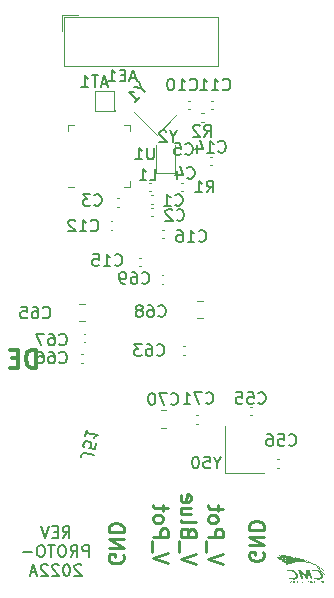
<source format=gbr>
G04 #@! TF.GenerationSoftware,KiCad,Pcbnew,(6.0.4)*
G04 #@! TF.CreationDate,2022-07-14T10:50:46-04:00*
G04 #@! TF.ProjectId,ratkit_design,7261746b-6974-45f6-9465-7369676e2e6b,RatKit2022_proA*
G04 #@! TF.SameCoordinates,PX41672a0PY65bcec0*
G04 #@! TF.FileFunction,Legend,Bot*
G04 #@! TF.FilePolarity,Positive*
%FSLAX46Y46*%
G04 Gerber Fmt 4.6, Leading zero omitted, Abs format (unit mm)*
G04 Created by KiCad (PCBNEW (6.0.4)) date 2022-07-14 10:50:46*
%MOMM*%
%LPD*%
G01*
G04 APERTURE LIST*
%ADD10C,0.150000*%
%ADD11C,0.254000*%
%ADD12C,0.300000*%
%ADD13C,0.120000*%
%ADD14C,0.100000*%
G04 APERTURE END LIST*
D10*
X14643028Y11444620D02*
X14976361Y11920810D01*
X15214457Y11444620D02*
X15214457Y12444620D01*
X14833504Y12444620D01*
X14738266Y12397000D01*
X14690647Y12349381D01*
X14643028Y12254143D01*
X14643028Y12111286D01*
X14690647Y12016048D01*
X14738266Y11968429D01*
X14833504Y11920810D01*
X15214457Y11920810D01*
X14214457Y11968429D02*
X13881123Y11968429D01*
X13738266Y11444620D02*
X14214457Y11444620D01*
X14214457Y12444620D01*
X13738266Y12444620D01*
X13452552Y12444620D02*
X13119219Y11444620D01*
X12785885Y12444620D01*
X16881123Y9834620D02*
X16881123Y10834620D01*
X16500171Y10834620D01*
X16404933Y10787000D01*
X16357314Y10739381D01*
X16309695Y10644143D01*
X16309695Y10501286D01*
X16357314Y10406048D01*
X16404933Y10358429D01*
X16500171Y10310810D01*
X16881123Y10310810D01*
X15309695Y9834620D02*
X15643028Y10310810D01*
X15881123Y9834620D02*
X15881123Y10834620D01*
X15500171Y10834620D01*
X15404933Y10787000D01*
X15357314Y10739381D01*
X15309695Y10644143D01*
X15309695Y10501286D01*
X15357314Y10406048D01*
X15404933Y10358429D01*
X15500171Y10310810D01*
X15881123Y10310810D01*
X14690647Y10834620D02*
X14500171Y10834620D01*
X14404933Y10787000D01*
X14309695Y10691762D01*
X14262076Y10501286D01*
X14262076Y10167953D01*
X14309695Y9977477D01*
X14404933Y9882239D01*
X14500171Y9834620D01*
X14690647Y9834620D01*
X14785885Y9882239D01*
X14881123Y9977477D01*
X14928742Y10167953D01*
X14928742Y10501286D01*
X14881123Y10691762D01*
X14785885Y10787000D01*
X14690647Y10834620D01*
X13976361Y10834620D02*
X13404933Y10834620D01*
X13690647Y9834620D02*
X13690647Y10834620D01*
X12881123Y10834620D02*
X12690647Y10834620D01*
X12595409Y10787000D01*
X12500171Y10691762D01*
X12452552Y10501286D01*
X12452552Y10167953D01*
X12500171Y9977477D01*
X12595409Y9882239D01*
X12690647Y9834620D01*
X12881123Y9834620D01*
X12976361Y9882239D01*
X13071600Y9977477D01*
X13119219Y10167953D01*
X13119219Y10501286D01*
X13071600Y10691762D01*
X12976361Y10787000D01*
X12881123Y10834620D01*
X12023980Y10215572D02*
X11262076Y10215572D01*
X16214457Y9129381D02*
X16166838Y9177000D01*
X16071600Y9224620D01*
X15833504Y9224620D01*
X15738266Y9177000D01*
X15690647Y9129381D01*
X15643028Y9034143D01*
X15643028Y8938905D01*
X15690647Y8796048D01*
X16262076Y8224620D01*
X15643028Y8224620D01*
X15023980Y9224620D02*
X14928742Y9224620D01*
X14833504Y9177000D01*
X14785885Y9129381D01*
X14738266Y9034143D01*
X14690647Y8843667D01*
X14690647Y8605572D01*
X14738266Y8415096D01*
X14785885Y8319858D01*
X14833504Y8272239D01*
X14928742Y8224620D01*
X15023980Y8224620D01*
X15119219Y8272239D01*
X15166838Y8319858D01*
X15214457Y8415096D01*
X15262076Y8605572D01*
X15262076Y8843667D01*
X15214457Y9034143D01*
X15166838Y9129381D01*
X15119219Y9177000D01*
X15023980Y9224620D01*
X14309695Y9129381D02*
X14262076Y9177000D01*
X14166838Y9224620D01*
X13928742Y9224620D01*
X13833504Y9177000D01*
X13785885Y9129381D01*
X13738266Y9034143D01*
X13738266Y8938905D01*
X13785885Y8796048D01*
X14357314Y8224620D01*
X13738266Y8224620D01*
X13357314Y9129381D02*
X13309695Y9177000D01*
X13214457Y9224620D01*
X12976361Y9224620D01*
X12881123Y9177000D01*
X12833504Y9129381D01*
X12785885Y9034143D01*
X12785885Y8938905D01*
X12833504Y8796048D01*
X13404933Y8224620D01*
X12785885Y8224620D01*
X12404933Y8510334D02*
X11928742Y8510334D01*
X12500171Y8224620D02*
X12166838Y9224620D01*
X11833504Y8224620D01*
D11*
X28203676Y9255277D02*
X26933676Y9678610D01*
X28203676Y10101943D01*
X26812723Y10222896D02*
X26812723Y11190515D01*
X26933676Y11492896D02*
X28203676Y11492896D01*
X28203676Y11976705D01*
X28143200Y12097658D01*
X28082723Y12158134D01*
X27961771Y12218610D01*
X27780342Y12218610D01*
X27659390Y12158134D01*
X27598914Y12097658D01*
X27538438Y11976705D01*
X27538438Y11492896D01*
X26933676Y12944324D02*
X26994152Y12823372D01*
X27054628Y12762896D01*
X27175580Y12702420D01*
X27538438Y12702420D01*
X27659390Y12762896D01*
X27719866Y12823372D01*
X27780342Y12944324D01*
X27780342Y13125753D01*
X27719866Y13246705D01*
X27659390Y13307181D01*
X27538438Y13367658D01*
X27175580Y13367658D01*
X27054628Y13307181D01*
X26994152Y13246705D01*
X26933676Y13125753D01*
X26933676Y12944324D01*
X27780342Y13730515D02*
X27780342Y14214324D01*
X28203676Y13911943D02*
X27115104Y13911943D01*
X26994152Y13972420D01*
X26933676Y14093372D01*
X26933676Y14214324D01*
D12*
X12374428Y25864429D02*
X12374428Y27364429D01*
X12017285Y27364429D01*
X11803000Y27293000D01*
X11660142Y27150143D01*
X11588714Y27007286D01*
X11517285Y26721572D01*
X11517285Y26507286D01*
X11588714Y26221572D01*
X11660142Y26078715D01*
X11803000Y25935858D01*
X12017285Y25864429D01*
X12374428Y25864429D01*
X10874428Y26650143D02*
X10374428Y26650143D01*
X10160142Y25864429D02*
X10874428Y25864429D01*
X10874428Y27364429D01*
X10160142Y27364429D01*
D11*
X25892276Y9249229D02*
X24622276Y9672562D01*
X25892276Y10095896D01*
X24501323Y10216848D02*
X24501323Y11184467D01*
X25287514Y11910181D02*
X25227038Y12091610D01*
X25166561Y12152086D01*
X25045609Y12212562D01*
X24864180Y12212562D01*
X24743228Y12152086D01*
X24682752Y12091610D01*
X24622276Y11970658D01*
X24622276Y11486848D01*
X25892276Y11486848D01*
X25892276Y11910181D01*
X25831800Y12031134D01*
X25771323Y12091610D01*
X25650371Y12152086D01*
X25529419Y12152086D01*
X25408466Y12091610D01*
X25347990Y12031134D01*
X25287514Y11910181D01*
X25287514Y11486848D01*
X24622276Y12938277D02*
X24682752Y12817324D01*
X24803704Y12756848D01*
X25892276Y12756848D01*
X25468942Y13966372D02*
X24622276Y13966372D01*
X25468942Y13422086D02*
X24803704Y13422086D01*
X24682752Y13482562D01*
X24622276Y13603515D01*
X24622276Y13784943D01*
X24682752Y13905896D01*
X24743228Y13966372D01*
X24682752Y15054943D02*
X24622276Y14933991D01*
X24622276Y14692086D01*
X24682752Y14571134D01*
X24803704Y14510658D01*
X25287514Y14510658D01*
X25408466Y14571134D01*
X25468942Y14692086D01*
X25468942Y14933991D01*
X25408466Y15054943D01*
X25287514Y15115420D01*
X25166561Y15115420D01*
X25045609Y14510658D01*
X31623000Y10208381D02*
X31683476Y10087429D01*
X31683476Y9906000D01*
X31623000Y9724572D01*
X31502047Y9603620D01*
X31381095Y9543143D01*
X31139190Y9482667D01*
X30957761Y9482667D01*
X30715857Y9543143D01*
X30594904Y9603620D01*
X30473952Y9724572D01*
X30413476Y9906000D01*
X30413476Y10026953D01*
X30473952Y10208381D01*
X30534428Y10268858D01*
X30957761Y10268858D01*
X30957761Y10026953D01*
X30413476Y10813143D02*
X31683476Y10813143D01*
X30413476Y11538858D01*
X31683476Y11538858D01*
X30413476Y12143620D02*
X31683476Y12143620D01*
X31683476Y12446000D01*
X31623000Y12627429D01*
X31502047Y12748381D01*
X31381095Y12808858D01*
X31139190Y12869334D01*
X30957761Y12869334D01*
X30715857Y12808858D01*
X30594904Y12748381D01*
X30473952Y12627429D01*
X30413476Y12446000D01*
X30413476Y12143620D01*
X19735800Y10005181D02*
X19796276Y9884229D01*
X19796276Y9702800D01*
X19735800Y9521372D01*
X19614847Y9400420D01*
X19493895Y9339943D01*
X19251990Y9279467D01*
X19070561Y9279467D01*
X18828657Y9339943D01*
X18707704Y9400420D01*
X18586752Y9521372D01*
X18526276Y9702800D01*
X18526276Y9823753D01*
X18586752Y10005181D01*
X18647228Y10065658D01*
X19070561Y10065658D01*
X19070561Y9823753D01*
X18526276Y10609943D02*
X19796276Y10609943D01*
X18526276Y11335658D01*
X19796276Y11335658D01*
X18526276Y11940420D02*
X19796276Y11940420D01*
X19796276Y12242800D01*
X19735800Y12424229D01*
X19614847Y12545181D01*
X19493895Y12605658D01*
X19251990Y12666134D01*
X19070561Y12666134D01*
X18828657Y12605658D01*
X18707704Y12545181D01*
X18586752Y12424229D01*
X18526276Y12242800D01*
X18526276Y11940420D01*
X23555476Y9280677D02*
X22285476Y9704010D01*
X23555476Y10127343D01*
X22164523Y10248296D02*
X22164523Y11215915D01*
X22285476Y11518296D02*
X23555476Y11518296D01*
X23555476Y12002105D01*
X23495000Y12123058D01*
X23434523Y12183534D01*
X23313571Y12244010D01*
X23132142Y12244010D01*
X23011190Y12183534D01*
X22950714Y12123058D01*
X22890238Y12002105D01*
X22890238Y11518296D01*
X22285476Y12969724D02*
X22345952Y12848772D01*
X22406428Y12788296D01*
X22527380Y12727820D01*
X22890238Y12727820D01*
X23011190Y12788296D01*
X23071666Y12848772D01*
X23132142Y12969724D01*
X23132142Y13151153D01*
X23071666Y13272105D01*
X23011190Y13332581D01*
X22890238Y13393058D01*
X22527380Y13393058D01*
X22406428Y13332581D01*
X22345952Y13272105D01*
X22285476Y13151153D01*
X22285476Y12969724D01*
X23132142Y13755915D02*
X23132142Y14239724D01*
X23555476Y13937343D02*
X22466904Y13937343D01*
X22345952Y13997820D01*
X22285476Y14118772D01*
X22285476Y14239724D01*
D10*
G04 #@! TO.C,J51*
X17269222Y18498346D02*
X16568808Y18638429D01*
X16419386Y18619752D01*
X16307320Y18545041D01*
X16232608Y18414297D01*
X16213931Y18320909D01*
X17456001Y19432232D02*
X17362612Y18965289D01*
X16886330Y19011984D01*
X16942363Y19049339D01*
X17007735Y19133389D01*
X17054430Y19366860D01*
X17026413Y19469588D01*
X16989058Y19525621D01*
X16905008Y19590993D01*
X16671536Y19637688D01*
X16568809Y19609671D01*
X16512776Y19572316D01*
X16447404Y19488266D01*
X16400709Y19254795D01*
X16428725Y19152067D01*
X16466081Y19096034D01*
X16671538Y20608930D02*
X16559471Y20048598D01*
X16615504Y20328764D02*
X17596085Y20132646D01*
X17437324Y20067275D01*
X17325257Y19992564D01*
X17259885Y19908514D01*
G04 #@! TO.C,Y50*
X27749380Y17803810D02*
X27749380Y17327620D01*
X28082714Y18327620D02*
X27749380Y17803810D01*
X27416047Y18327620D01*
X26606523Y18327620D02*
X27082714Y18327620D01*
X27130333Y17851429D01*
X27082714Y17899048D01*
X26987476Y17946667D01*
X26749380Y17946667D01*
X26654142Y17899048D01*
X26606523Y17851429D01*
X26558904Y17756191D01*
X26558904Y17518096D01*
X26606523Y17422858D01*
X26654142Y17375239D01*
X26749380Y17327620D01*
X26987476Y17327620D01*
X27082714Y17375239D01*
X27130333Y17422858D01*
X25939857Y18327620D02*
X25844619Y18327620D01*
X25749380Y18280000D01*
X25701761Y18232381D01*
X25654142Y18137143D01*
X25606523Y17946667D01*
X25606523Y17708572D01*
X25654142Y17518096D01*
X25701761Y17422858D01*
X25749380Y17375239D01*
X25844619Y17327620D01*
X25939857Y17327620D01*
X26035095Y17375239D01*
X26082714Y17422858D01*
X26130333Y17518096D01*
X26177952Y17708572D01*
X26177952Y17946667D01*
X26130333Y18137143D01*
X26082714Y18232381D01*
X26035095Y18280000D01*
X25939857Y18327620D01*
G04 #@! TO.C,C2*
X24296666Y38377858D02*
X24344285Y38330239D01*
X24487142Y38282620D01*
X24582380Y38282620D01*
X24725238Y38330239D01*
X24820476Y38425477D01*
X24868095Y38520715D01*
X24915714Y38711191D01*
X24915714Y38854048D01*
X24868095Y39044524D01*
X24820476Y39139762D01*
X24725238Y39235000D01*
X24582380Y39282620D01*
X24487142Y39282620D01*
X24344285Y39235000D01*
X24296666Y39187381D01*
X23915714Y39187381D02*
X23868095Y39235000D01*
X23772857Y39282620D01*
X23534761Y39282620D01*
X23439523Y39235000D01*
X23391904Y39187381D01*
X23344285Y39092143D01*
X23344285Y38996905D01*
X23391904Y38854048D01*
X23963333Y38282620D01*
X23344285Y38282620D01*
G04 #@! TO.C,C56*
X33789857Y19327858D02*
X33837476Y19280239D01*
X33980333Y19232620D01*
X34075571Y19232620D01*
X34218428Y19280239D01*
X34313666Y19375477D01*
X34361285Y19470715D01*
X34408904Y19661191D01*
X34408904Y19804048D01*
X34361285Y19994524D01*
X34313666Y20089762D01*
X34218428Y20185000D01*
X34075571Y20232620D01*
X33980333Y20232620D01*
X33837476Y20185000D01*
X33789857Y20137381D01*
X32885095Y20232620D02*
X33361285Y20232620D01*
X33408904Y19756429D01*
X33361285Y19804048D01*
X33266047Y19851667D01*
X33027952Y19851667D01*
X32932714Y19804048D01*
X32885095Y19756429D01*
X32837476Y19661191D01*
X32837476Y19423096D01*
X32885095Y19327858D01*
X32932714Y19280239D01*
X33027952Y19232620D01*
X33266047Y19232620D01*
X33361285Y19280239D01*
X33408904Y19327858D01*
X31980333Y20232620D02*
X32170809Y20232620D01*
X32266047Y20185000D01*
X32313666Y20137381D01*
X32408904Y19994524D01*
X32456523Y19804048D01*
X32456523Y19423096D01*
X32408904Y19327858D01*
X32361285Y19280239D01*
X32266047Y19232620D01*
X32075571Y19232620D01*
X31980333Y19280239D01*
X31932714Y19327858D01*
X31885095Y19423096D01*
X31885095Y19661191D01*
X31932714Y19756429D01*
X31980333Y19804048D01*
X32075571Y19851667D01*
X32266047Y19851667D01*
X32361285Y19804048D01*
X32408904Y19756429D01*
X32456523Y19661191D01*
G04 #@! TO.C,U1*
X22351904Y44489620D02*
X22351904Y43680096D01*
X22304285Y43584858D01*
X22256666Y43537239D01*
X22161428Y43489620D01*
X21970952Y43489620D01*
X21875714Y43537239D01*
X21828095Y43584858D01*
X21780476Y43680096D01*
X21780476Y44489620D01*
X20780476Y43489620D02*
X21351904Y43489620D01*
X21066190Y43489620D02*
X21066190Y44489620D01*
X21161428Y44346762D01*
X21256666Y44251524D01*
X21351904Y44203905D01*
G04 #@! TO.C,C69*
X21343857Y33043858D02*
X21391476Y32996239D01*
X21534333Y32948620D01*
X21629571Y32948620D01*
X21772428Y32996239D01*
X21867666Y33091477D01*
X21915285Y33186715D01*
X21962904Y33377191D01*
X21962904Y33520048D01*
X21915285Y33710524D01*
X21867666Y33805762D01*
X21772428Y33901000D01*
X21629571Y33948620D01*
X21534333Y33948620D01*
X21391476Y33901000D01*
X21343857Y33853381D01*
X20486714Y33948620D02*
X20677190Y33948620D01*
X20772428Y33901000D01*
X20820047Y33853381D01*
X20915285Y33710524D01*
X20962904Y33520048D01*
X20962904Y33139096D01*
X20915285Y33043858D01*
X20867666Y32996239D01*
X20772428Y32948620D01*
X20581952Y32948620D01*
X20486714Y32996239D01*
X20439095Y33043858D01*
X20391476Y33139096D01*
X20391476Y33377191D01*
X20439095Y33472429D01*
X20486714Y33520048D01*
X20581952Y33567667D01*
X20772428Y33567667D01*
X20867666Y33520048D01*
X20915285Y33472429D01*
X20962904Y33377191D01*
X19915285Y32948620D02*
X19724809Y32948620D01*
X19629571Y32996239D01*
X19581952Y33043858D01*
X19486714Y33186715D01*
X19439095Y33377191D01*
X19439095Y33758143D01*
X19486714Y33853381D01*
X19534333Y33901000D01*
X19629571Y33948620D01*
X19820047Y33948620D01*
X19915285Y33901000D01*
X19962904Y33853381D01*
X20010523Y33758143D01*
X20010523Y33520048D01*
X19962904Y33424810D01*
X19915285Y33377191D01*
X19820047Y33329572D01*
X19629571Y33329572D01*
X19534333Y33377191D01*
X19486714Y33424810D01*
X19439095Y33520048D01*
G04 #@! TO.C,C71*
X26783093Y22883858D02*
X26830712Y22836239D01*
X26973569Y22788620D01*
X27068807Y22788620D01*
X27211664Y22836239D01*
X27306902Y22931477D01*
X27354521Y23026715D01*
X27402140Y23217191D01*
X27402140Y23360048D01*
X27354521Y23550524D01*
X27306902Y23645762D01*
X27211664Y23741000D01*
X27068807Y23788620D01*
X26973569Y23788620D01*
X26830712Y23741000D01*
X26783093Y23693381D01*
X26449759Y23788620D02*
X25783093Y23788620D01*
X26211664Y22788620D01*
X24878331Y22788620D02*
X25449759Y22788620D01*
X25164045Y22788620D02*
X25164045Y23788620D01*
X25259283Y23645762D01*
X25354521Y23550524D01*
X25449759Y23502905D01*
G04 #@! TO.C,C3*
X17311666Y39647858D02*
X17359285Y39600239D01*
X17502142Y39552620D01*
X17597380Y39552620D01*
X17740238Y39600239D01*
X17835476Y39695477D01*
X17883095Y39790715D01*
X17930714Y39981191D01*
X17930714Y40124048D01*
X17883095Y40314524D01*
X17835476Y40409762D01*
X17740238Y40505000D01*
X17597380Y40552620D01*
X17502142Y40552620D01*
X17359285Y40505000D01*
X17311666Y40457381D01*
X16978333Y40552620D02*
X16359285Y40552620D01*
X16692619Y40171667D01*
X16549761Y40171667D01*
X16454523Y40124048D01*
X16406904Y40076429D01*
X16359285Y39981191D01*
X16359285Y39743096D01*
X16406904Y39647858D01*
X16454523Y39600239D01*
X16549761Y39552620D01*
X16835476Y39552620D01*
X16930714Y39600239D01*
X16978333Y39647858D01*
G04 #@! TO.C,C4*
X25185666Y41950658D02*
X25233285Y41903039D01*
X25376142Y41855420D01*
X25471380Y41855420D01*
X25614238Y41903039D01*
X25709476Y41998277D01*
X25757095Y42093515D01*
X25804714Y42283991D01*
X25804714Y42426848D01*
X25757095Y42617324D01*
X25709476Y42712562D01*
X25614238Y42807800D01*
X25471380Y42855420D01*
X25376142Y42855420D01*
X25233285Y42807800D01*
X25185666Y42760181D01*
X24328523Y42522086D02*
X24328523Y41855420D01*
X24566619Y42903039D02*
X24804714Y42188753D01*
X24185666Y42188753D01*
G04 #@! TO.C,C68*
X22740857Y30249858D02*
X22788476Y30202239D01*
X22931333Y30154620D01*
X23026571Y30154620D01*
X23169428Y30202239D01*
X23264666Y30297477D01*
X23312285Y30392715D01*
X23359904Y30583191D01*
X23359904Y30726048D01*
X23312285Y30916524D01*
X23264666Y31011762D01*
X23169428Y31107000D01*
X23026571Y31154620D01*
X22931333Y31154620D01*
X22788476Y31107000D01*
X22740857Y31059381D01*
X21883714Y31154620D02*
X22074190Y31154620D01*
X22169428Y31107000D01*
X22217047Y31059381D01*
X22312285Y30916524D01*
X22359904Y30726048D01*
X22359904Y30345096D01*
X22312285Y30249858D01*
X22264666Y30202239D01*
X22169428Y30154620D01*
X21978952Y30154620D01*
X21883714Y30202239D01*
X21836095Y30249858D01*
X21788476Y30345096D01*
X21788476Y30583191D01*
X21836095Y30678429D01*
X21883714Y30726048D01*
X21978952Y30773667D01*
X22169428Y30773667D01*
X22264666Y30726048D01*
X22312285Y30678429D01*
X22359904Y30583191D01*
X21217047Y30726048D02*
X21312285Y30773667D01*
X21359904Y30821286D01*
X21407523Y30916524D01*
X21407523Y30964143D01*
X21359904Y31059381D01*
X21312285Y31107000D01*
X21217047Y31154620D01*
X21026571Y31154620D01*
X20931333Y31107000D01*
X20883714Y31059381D01*
X20836095Y30964143D01*
X20836095Y30916524D01*
X20883714Y30821286D01*
X20931333Y30773667D01*
X21026571Y30726048D01*
X21217047Y30726048D01*
X21312285Y30678429D01*
X21359904Y30630810D01*
X21407523Y30535572D01*
X21407523Y30345096D01*
X21359904Y30249858D01*
X21312285Y30202239D01*
X21217047Y30154620D01*
X21026571Y30154620D01*
X20931333Y30202239D01*
X20883714Y30249858D01*
X20836095Y30345096D01*
X20836095Y30535572D01*
X20883714Y30630810D01*
X20931333Y30678429D01*
X21026571Y30726048D01*
G04 #@! TO.C,AT1*
X18418038Y49896734D02*
X17941847Y49896734D01*
X18513276Y49611020D02*
X18179942Y50611020D01*
X17846609Y49611020D01*
X17656133Y50611020D02*
X17084704Y50611020D01*
X17370419Y49611020D02*
X17370419Y50611020D01*
X16227561Y49611020D02*
X16798990Y49611020D01*
X16513276Y49611020D02*
X16513276Y50611020D01*
X16608514Y50468162D01*
X16703752Y50372924D01*
X16798990Y50325305D01*
G04 #@! TO.C,C12*
X17025857Y37488858D02*
X17073476Y37441239D01*
X17216333Y37393620D01*
X17311571Y37393620D01*
X17454428Y37441239D01*
X17549666Y37536477D01*
X17597285Y37631715D01*
X17644904Y37822191D01*
X17644904Y37965048D01*
X17597285Y38155524D01*
X17549666Y38250762D01*
X17454428Y38346000D01*
X17311571Y38393620D01*
X17216333Y38393620D01*
X17073476Y38346000D01*
X17025857Y38298381D01*
X16073476Y37393620D02*
X16644904Y37393620D01*
X16359190Y37393620D02*
X16359190Y38393620D01*
X16454428Y38250762D01*
X16549666Y38155524D01*
X16644904Y38107905D01*
X15692523Y38298381D02*
X15644904Y38346000D01*
X15549666Y38393620D01*
X15311571Y38393620D01*
X15216333Y38346000D01*
X15168714Y38298381D01*
X15121095Y38203143D01*
X15121095Y38107905D01*
X15168714Y37965048D01*
X15740142Y37393620D01*
X15121095Y37393620D01*
G04 #@! TO.C,L1*
X22010666Y41711620D02*
X22486857Y41711620D01*
X22486857Y42711620D01*
X21153523Y41711620D02*
X21724952Y41711620D01*
X21439238Y41711620D02*
X21439238Y42711620D01*
X21534476Y42568762D01*
X21629714Y42473524D01*
X21724952Y42425905D01*
G04 #@! TO.C,R1*
X26836666Y40695620D02*
X27170000Y41171810D01*
X27408095Y40695620D02*
X27408095Y41695620D01*
X27027142Y41695620D01*
X26931904Y41648000D01*
X26884285Y41600381D01*
X26836666Y41505143D01*
X26836666Y41362286D01*
X26884285Y41267048D01*
X26931904Y41219429D01*
X27027142Y41171810D01*
X27408095Y41171810D01*
X25884285Y40695620D02*
X26455714Y40695620D01*
X26170000Y40695620D02*
X26170000Y41695620D01*
X26265238Y41552762D01*
X26360476Y41457524D01*
X26455714Y41409905D01*
G04 #@! TO.C,C55*
X31199057Y22883858D02*
X31246676Y22836239D01*
X31389533Y22788620D01*
X31484771Y22788620D01*
X31627628Y22836239D01*
X31722866Y22931477D01*
X31770485Y23026715D01*
X31818104Y23217191D01*
X31818104Y23360048D01*
X31770485Y23550524D01*
X31722866Y23645762D01*
X31627628Y23741000D01*
X31484771Y23788620D01*
X31389533Y23788620D01*
X31246676Y23741000D01*
X31199057Y23693381D01*
X30294295Y23788620D02*
X30770485Y23788620D01*
X30818104Y23312429D01*
X30770485Y23360048D01*
X30675247Y23407667D01*
X30437152Y23407667D01*
X30341914Y23360048D01*
X30294295Y23312429D01*
X30246676Y23217191D01*
X30246676Y22979096D01*
X30294295Y22883858D01*
X30341914Y22836239D01*
X30437152Y22788620D01*
X30675247Y22788620D01*
X30770485Y22836239D01*
X30818104Y22883858D01*
X29341914Y23788620D02*
X29818104Y23788620D01*
X29865723Y23312429D01*
X29818104Y23360048D01*
X29722866Y23407667D01*
X29484771Y23407667D01*
X29389533Y23360048D01*
X29341914Y23312429D01*
X29294295Y23217191D01*
X29294295Y22979096D01*
X29341914Y22883858D01*
X29389533Y22836239D01*
X29484771Y22788620D01*
X29722866Y22788620D01*
X29818104Y22836239D01*
X29865723Y22883858D01*
G04 #@! TO.C,C65*
X12961857Y30122858D02*
X13009476Y30075239D01*
X13152333Y30027620D01*
X13247571Y30027620D01*
X13390428Y30075239D01*
X13485666Y30170477D01*
X13533285Y30265715D01*
X13580904Y30456191D01*
X13580904Y30599048D01*
X13533285Y30789524D01*
X13485666Y30884762D01*
X13390428Y30980000D01*
X13247571Y31027620D01*
X13152333Y31027620D01*
X13009476Y30980000D01*
X12961857Y30932381D01*
X12104714Y31027620D02*
X12295190Y31027620D01*
X12390428Y30980000D01*
X12438047Y30932381D01*
X12533285Y30789524D01*
X12580904Y30599048D01*
X12580904Y30218096D01*
X12533285Y30122858D01*
X12485666Y30075239D01*
X12390428Y30027620D01*
X12199952Y30027620D01*
X12104714Y30075239D01*
X12057095Y30122858D01*
X12009476Y30218096D01*
X12009476Y30456191D01*
X12057095Y30551429D01*
X12104714Y30599048D01*
X12199952Y30646667D01*
X12390428Y30646667D01*
X12485666Y30599048D01*
X12533285Y30551429D01*
X12580904Y30456191D01*
X11104714Y31027620D02*
X11580904Y31027620D01*
X11628523Y30551429D01*
X11580904Y30599048D01*
X11485666Y30646667D01*
X11247571Y30646667D01*
X11152333Y30599048D01*
X11104714Y30551429D01*
X11057095Y30456191D01*
X11057095Y30218096D01*
X11104714Y30122858D01*
X11152333Y30075239D01*
X11247571Y30027620D01*
X11485666Y30027620D01*
X11580904Y30075239D01*
X11628523Y30122858D01*
G04 #@! TO.C,C66*
X14358857Y26312858D02*
X14406476Y26265239D01*
X14549333Y26217620D01*
X14644571Y26217620D01*
X14787428Y26265239D01*
X14882666Y26360477D01*
X14930285Y26455715D01*
X14977904Y26646191D01*
X14977904Y26789048D01*
X14930285Y26979524D01*
X14882666Y27074762D01*
X14787428Y27170000D01*
X14644571Y27217620D01*
X14549333Y27217620D01*
X14406476Y27170000D01*
X14358857Y27122381D01*
X13501714Y27217620D02*
X13692190Y27217620D01*
X13787428Y27170000D01*
X13835047Y27122381D01*
X13930285Y26979524D01*
X13977904Y26789048D01*
X13977904Y26408096D01*
X13930285Y26312858D01*
X13882666Y26265239D01*
X13787428Y26217620D01*
X13596952Y26217620D01*
X13501714Y26265239D01*
X13454095Y26312858D01*
X13406476Y26408096D01*
X13406476Y26646191D01*
X13454095Y26741429D01*
X13501714Y26789048D01*
X13596952Y26836667D01*
X13787428Y26836667D01*
X13882666Y26789048D01*
X13930285Y26741429D01*
X13977904Y26646191D01*
X12549333Y27217620D02*
X12739809Y27217620D01*
X12835047Y27170000D01*
X12882666Y27122381D01*
X12977904Y26979524D01*
X13025523Y26789048D01*
X13025523Y26408096D01*
X12977904Y26312858D01*
X12930285Y26265239D01*
X12835047Y26217620D01*
X12644571Y26217620D01*
X12549333Y26265239D01*
X12501714Y26312858D01*
X12454095Y26408096D01*
X12454095Y26646191D01*
X12501714Y26741429D01*
X12549333Y26789048D01*
X12644571Y26836667D01*
X12835047Y26836667D01*
X12930285Y26789048D01*
X12977904Y26741429D01*
X13025523Y26646191D01*
G04 #@! TO.C,C14*
X27820857Y44160658D02*
X27868476Y44113039D01*
X28011333Y44065420D01*
X28106571Y44065420D01*
X28249428Y44113039D01*
X28344666Y44208277D01*
X28392285Y44303515D01*
X28439904Y44493991D01*
X28439904Y44636848D01*
X28392285Y44827324D01*
X28344666Y44922562D01*
X28249428Y45017800D01*
X28106571Y45065420D01*
X28011333Y45065420D01*
X27868476Y45017800D01*
X27820857Y44970181D01*
X26868476Y44065420D02*
X27439904Y44065420D01*
X27154190Y44065420D02*
X27154190Y45065420D01*
X27249428Y44922562D01*
X27344666Y44827324D01*
X27439904Y44779705D01*
X26011333Y44732086D02*
X26011333Y44065420D01*
X26249428Y45113039D02*
X26487523Y44398753D01*
X25868476Y44398753D01*
G04 #@! TO.C,C10*
X25407857Y49426858D02*
X25455476Y49379239D01*
X25598333Y49331620D01*
X25693571Y49331620D01*
X25836428Y49379239D01*
X25931666Y49474477D01*
X25979285Y49569715D01*
X26026904Y49760191D01*
X26026904Y49903048D01*
X25979285Y50093524D01*
X25931666Y50188762D01*
X25836428Y50284000D01*
X25693571Y50331620D01*
X25598333Y50331620D01*
X25455476Y50284000D01*
X25407857Y50236381D01*
X24455476Y49331620D02*
X25026904Y49331620D01*
X24741190Y49331620D02*
X24741190Y50331620D01*
X24836428Y50188762D01*
X24931666Y50093524D01*
X25026904Y50045905D01*
X23836428Y50331620D02*
X23741190Y50331620D01*
X23645952Y50284000D01*
X23598333Y50236381D01*
X23550714Y50141143D01*
X23503095Y49950667D01*
X23503095Y49712572D01*
X23550714Y49522096D01*
X23598333Y49426858D01*
X23645952Y49379239D01*
X23741190Y49331620D01*
X23836428Y49331620D01*
X23931666Y49379239D01*
X23979285Y49426858D01*
X24026904Y49522096D01*
X24074523Y49712572D01*
X24074523Y49950667D01*
X24026904Y50141143D01*
X23979285Y50236381D01*
X23931666Y50284000D01*
X23836428Y50331620D01*
G04 #@! TO.C,AE1*
X20851666Y50379334D02*
X20375476Y50379334D01*
X20946904Y50093620D02*
X20613571Y51093620D01*
X20280238Y50093620D01*
X19946904Y50617429D02*
X19613571Y50617429D01*
X19470714Y50093620D02*
X19946904Y50093620D01*
X19946904Y51093620D01*
X19470714Y51093620D01*
X18518333Y50093620D02*
X19089761Y50093620D01*
X18804047Y50093620D02*
X18804047Y51093620D01*
X18899285Y50950762D01*
X18994523Y50855524D01*
X19089761Y50807905D01*
G04 #@! TO.C,R2*
X26633466Y45418420D02*
X26966800Y45894610D01*
X27204895Y45418420D02*
X27204895Y46418420D01*
X26823942Y46418420D01*
X26728704Y46370800D01*
X26681085Y46323181D01*
X26633466Y46227943D01*
X26633466Y46085086D01*
X26681085Y45989848D01*
X26728704Y45942229D01*
X26823942Y45894610D01*
X27204895Y45894610D01*
X26252514Y46323181D02*
X26204895Y46370800D01*
X26109657Y46418420D01*
X25871561Y46418420D01*
X25776323Y46370800D01*
X25728704Y46323181D01*
X25681085Y46227943D01*
X25681085Y46132705D01*
X25728704Y45989848D01*
X26300133Y45418420D01*
X25681085Y45418420D01*
G04 #@! TO.C,C15*
X19057857Y34567858D02*
X19105476Y34520239D01*
X19248333Y34472620D01*
X19343571Y34472620D01*
X19486428Y34520239D01*
X19581666Y34615477D01*
X19629285Y34710715D01*
X19676904Y34901191D01*
X19676904Y35044048D01*
X19629285Y35234524D01*
X19581666Y35329762D01*
X19486428Y35425000D01*
X19343571Y35472620D01*
X19248333Y35472620D01*
X19105476Y35425000D01*
X19057857Y35377381D01*
X18105476Y34472620D02*
X18676904Y34472620D01*
X18391190Y34472620D02*
X18391190Y35472620D01*
X18486428Y35329762D01*
X18581666Y35234524D01*
X18676904Y35186905D01*
X17200714Y35472620D02*
X17676904Y35472620D01*
X17724523Y34996429D01*
X17676904Y35044048D01*
X17581666Y35091667D01*
X17343571Y35091667D01*
X17248333Y35044048D01*
X17200714Y34996429D01*
X17153095Y34901191D01*
X17153095Y34663096D01*
X17200714Y34567858D01*
X17248333Y34520239D01*
X17343571Y34472620D01*
X17581666Y34472620D01*
X17676904Y34520239D01*
X17724523Y34567858D01*
G04 #@! TO.C,C16*
X26169857Y36599858D02*
X26217476Y36552239D01*
X26360333Y36504620D01*
X26455571Y36504620D01*
X26598428Y36552239D01*
X26693666Y36647477D01*
X26741285Y36742715D01*
X26788904Y36933191D01*
X26788904Y37076048D01*
X26741285Y37266524D01*
X26693666Y37361762D01*
X26598428Y37457000D01*
X26455571Y37504620D01*
X26360333Y37504620D01*
X26217476Y37457000D01*
X26169857Y37409381D01*
X25217476Y36504620D02*
X25788904Y36504620D01*
X25503190Y36504620D02*
X25503190Y37504620D01*
X25598428Y37361762D01*
X25693666Y37266524D01*
X25788904Y37218905D01*
X24360333Y37504620D02*
X24550809Y37504620D01*
X24646047Y37457000D01*
X24693666Y37409381D01*
X24788904Y37266524D01*
X24836523Y37076048D01*
X24836523Y36695096D01*
X24788904Y36599858D01*
X24741285Y36552239D01*
X24646047Y36504620D01*
X24455571Y36504620D01*
X24360333Y36552239D01*
X24312714Y36599858D01*
X24265095Y36695096D01*
X24265095Y36933191D01*
X24312714Y37028429D01*
X24360333Y37076048D01*
X24455571Y37123667D01*
X24646047Y37123667D01*
X24741285Y37076048D01*
X24788904Y37028429D01*
X24836523Y36933191D01*
G04 #@! TO.C,C5*
X25033266Y43957258D02*
X25080885Y43909639D01*
X25223742Y43862020D01*
X25318980Y43862020D01*
X25461838Y43909639D01*
X25557076Y44004877D01*
X25604695Y44100115D01*
X25652314Y44290591D01*
X25652314Y44433448D01*
X25604695Y44623924D01*
X25557076Y44719162D01*
X25461838Y44814400D01*
X25318980Y44862020D01*
X25223742Y44862020D01*
X25080885Y44814400D01*
X25033266Y44766781D01*
X24128504Y44862020D02*
X24604695Y44862020D01*
X24652314Y44385829D01*
X24604695Y44433448D01*
X24509457Y44481067D01*
X24271361Y44481067D01*
X24176123Y44433448D01*
X24128504Y44385829D01*
X24080885Y44290591D01*
X24080885Y44052496D01*
X24128504Y43957258D01*
X24176123Y43909639D01*
X24271361Y43862020D01*
X24509457Y43862020D01*
X24604695Y43909639D01*
X24652314Y43957258D01*
G04 #@! TO.C,C67*
X14358857Y27836858D02*
X14406476Y27789239D01*
X14549333Y27741620D01*
X14644571Y27741620D01*
X14787428Y27789239D01*
X14882666Y27884477D01*
X14930285Y27979715D01*
X14977904Y28170191D01*
X14977904Y28313048D01*
X14930285Y28503524D01*
X14882666Y28598762D01*
X14787428Y28694000D01*
X14644571Y28741620D01*
X14549333Y28741620D01*
X14406476Y28694000D01*
X14358857Y28646381D01*
X13501714Y28741620D02*
X13692190Y28741620D01*
X13787428Y28694000D01*
X13835047Y28646381D01*
X13930285Y28503524D01*
X13977904Y28313048D01*
X13977904Y27932096D01*
X13930285Y27836858D01*
X13882666Y27789239D01*
X13787428Y27741620D01*
X13596952Y27741620D01*
X13501714Y27789239D01*
X13454095Y27836858D01*
X13406476Y27932096D01*
X13406476Y28170191D01*
X13454095Y28265429D01*
X13501714Y28313048D01*
X13596952Y28360667D01*
X13787428Y28360667D01*
X13882666Y28313048D01*
X13930285Y28265429D01*
X13977904Y28170191D01*
X13073142Y28741620D02*
X12406476Y28741620D01*
X12835047Y27741620D01*
G04 #@! TO.C,C70*
X23807657Y22806658D02*
X23855276Y22759039D01*
X23998133Y22711420D01*
X24093371Y22711420D01*
X24236228Y22759039D01*
X24331466Y22854277D01*
X24379085Y22949515D01*
X24426704Y23139991D01*
X24426704Y23282848D01*
X24379085Y23473324D01*
X24331466Y23568562D01*
X24236228Y23663800D01*
X24093371Y23711420D01*
X23998133Y23711420D01*
X23855276Y23663800D01*
X23807657Y23616181D01*
X23474323Y23711420D02*
X22807657Y23711420D01*
X23236228Y22711420D01*
X22236228Y23711420D02*
X22140990Y23711420D01*
X22045752Y23663800D01*
X21998133Y23616181D01*
X21950514Y23520943D01*
X21902895Y23330467D01*
X21902895Y23092372D01*
X21950514Y22901896D01*
X21998133Y22806658D01*
X22045752Y22759039D01*
X22140990Y22711420D01*
X22236228Y22711420D01*
X22331466Y22759039D01*
X22379085Y22806658D01*
X22426704Y22901896D01*
X22474323Y23092372D01*
X22474323Y23330467D01*
X22426704Y23520943D01*
X22379085Y23616181D01*
X22331466Y23663800D01*
X22236228Y23711420D01*
G04 #@! TO.C,Y2*
X24021990Y45413610D02*
X24021990Y44937420D01*
X24355323Y45937420D02*
X24021990Y45413610D01*
X23688657Y45937420D01*
X23402942Y45842181D02*
X23355323Y45889800D01*
X23260085Y45937420D01*
X23021990Y45937420D01*
X22926752Y45889800D01*
X22879133Y45842181D01*
X22831514Y45746943D01*
X22831514Y45651705D01*
X22879133Y45508848D01*
X23450561Y44937420D01*
X22831514Y44937420D01*
G04 #@! TO.C,C63*
X22613857Y26947858D02*
X22661476Y26900239D01*
X22804333Y26852620D01*
X22899571Y26852620D01*
X23042428Y26900239D01*
X23137666Y26995477D01*
X23185285Y27090715D01*
X23232904Y27281191D01*
X23232904Y27424048D01*
X23185285Y27614524D01*
X23137666Y27709762D01*
X23042428Y27805000D01*
X22899571Y27852620D01*
X22804333Y27852620D01*
X22661476Y27805000D01*
X22613857Y27757381D01*
X21756714Y27852620D02*
X21947190Y27852620D01*
X22042428Y27805000D01*
X22090047Y27757381D01*
X22185285Y27614524D01*
X22232904Y27424048D01*
X22232904Y27043096D01*
X22185285Y26947858D01*
X22137666Y26900239D01*
X22042428Y26852620D01*
X21851952Y26852620D01*
X21756714Y26900239D01*
X21709095Y26947858D01*
X21661476Y27043096D01*
X21661476Y27281191D01*
X21709095Y27376429D01*
X21756714Y27424048D01*
X21851952Y27471667D01*
X22042428Y27471667D01*
X22137666Y27424048D01*
X22185285Y27376429D01*
X22232904Y27281191D01*
X21328142Y27852620D02*
X20709095Y27852620D01*
X21042428Y27471667D01*
X20899571Y27471667D01*
X20804333Y27424048D01*
X20756714Y27376429D01*
X20709095Y27281191D01*
X20709095Y27043096D01*
X20756714Y26947858D01*
X20804333Y26900239D01*
X20899571Y26852620D01*
X21185285Y26852620D01*
X21280523Y26900239D01*
X21328142Y26947858D01*
G04 #@! TO.C,C1*
X24169666Y39647858D02*
X24217285Y39600239D01*
X24360142Y39552620D01*
X24455380Y39552620D01*
X24598238Y39600239D01*
X24693476Y39695477D01*
X24741095Y39790715D01*
X24788714Y39981191D01*
X24788714Y40124048D01*
X24741095Y40314524D01*
X24693476Y40409762D01*
X24598238Y40505000D01*
X24455380Y40552620D01*
X24360142Y40552620D01*
X24217285Y40505000D01*
X24169666Y40457381D01*
X23217285Y39552620D02*
X23788714Y39552620D01*
X23503000Y39552620D02*
X23503000Y40552620D01*
X23598238Y40409762D01*
X23693476Y40314524D01*
X23788714Y40266905D01*
G04 #@! TO.C,Y1*
X21274881Y49502553D02*
X21611599Y49165835D01*
X21140194Y50108644D02*
X21274881Y49502553D01*
X20668790Y49637240D01*
X20769805Y48324042D02*
X21173866Y48728103D01*
X20971835Y48526072D02*
X20264729Y49233179D01*
X20433087Y49199507D01*
X20567774Y49199507D01*
X20668790Y49233179D01*
G04 #@! TO.C,C11*
X28201857Y49426858D02*
X28249476Y49379239D01*
X28392333Y49331620D01*
X28487571Y49331620D01*
X28630428Y49379239D01*
X28725666Y49474477D01*
X28773285Y49569715D01*
X28820904Y49760191D01*
X28820904Y49903048D01*
X28773285Y50093524D01*
X28725666Y50188762D01*
X28630428Y50284000D01*
X28487571Y50331620D01*
X28392333Y50331620D01*
X28249476Y50284000D01*
X28201857Y50236381D01*
X27249476Y49331620D02*
X27820904Y49331620D01*
X27535190Y49331620D02*
X27535190Y50331620D01*
X27630428Y50188762D01*
X27725666Y50093524D01*
X27820904Y50045905D01*
X26297095Y49331620D02*
X26868523Y49331620D01*
X26582809Y49331620D02*
X26582809Y50331620D01*
X26678047Y50188762D01*
X26773285Y50093524D01*
X26868523Y50045905D01*
D13*
G04 #@! TO.C,Y50*
X31698200Y16923000D02*
X28398200Y16923000D01*
X28398200Y16923000D02*
X28398200Y20923000D01*
G04 #@! TO.C,C2*
X22301200Y38679800D02*
X22148800Y38679800D01*
X22301200Y39399800D02*
X22148800Y39399800D01*
G04 #@! TO.C,C56*
X32791400Y17369200D02*
X32943800Y17369200D01*
X32791400Y18089200D02*
X32943800Y18089200D01*
G04 #@! TO.C,U1*
X19838800Y46374200D02*
X20313800Y46374200D01*
X19838800Y41154200D02*
X20313800Y41154200D01*
X15568800Y41154200D02*
X15093800Y41154200D01*
X15093800Y46374200D02*
X15093800Y45899200D01*
X20313800Y46374200D02*
X20313800Y45899200D01*
X20313800Y41154200D02*
X20313800Y41629200D01*
X15568800Y46374200D02*
X15093800Y46374200D01*
G04 #@! TO.C,C69*
X23164800Y32964800D02*
X23012400Y32964800D01*
X23164800Y33684800D02*
X23012400Y33684800D01*
G04 #@! TO.C,C71*
X25956200Y21823000D02*
X26108600Y21823000D01*
X25956200Y21103000D02*
X26108600Y21103000D01*
G04 #@! TO.C,C3*
X19227800Y40207200D02*
X19431000Y40207200D01*
X19227800Y39447200D02*
X19431000Y39447200D01*
G04 #@! TO.C,C68*
X26499452Y30049800D02*
X25976948Y30049800D01*
X26499452Y31519800D02*
X25976948Y31519800D01*
D14*
G04 #@! TO.C,AT1*
X17373600Y49314100D02*
X18999200Y49314100D01*
X18999200Y49314100D02*
X18999200Y47561500D01*
X18999200Y47561500D02*
X17373600Y47561500D01*
X17373600Y47561500D02*
X17373600Y49314100D01*
D13*
X19151600Y47612300D02*
G75*
G03*
X19151600Y47612300I-76200J0D01*
G01*
G04 #@! TO.C,C12*
X18846800Y37536800D02*
X18694400Y37536800D01*
X18846800Y38256800D02*
X18694400Y38256800D01*
G04 #@! TO.C,L1*
X22110700Y40788000D02*
X21983700Y40788000D01*
X22110700Y41508000D02*
X21983700Y41508000D01*
G04 #@! TO.C,R1*
X24663400Y41528000D02*
X24866600Y41528000D01*
X24663400Y40768000D02*
X24866600Y40768000D01*
G04 #@! TO.C,C55*
X30480000Y22559600D02*
X30632400Y22559600D01*
X30480000Y21839600D02*
X30632400Y21839600D01*
G04 #@! TO.C,C65*
X16568052Y31240400D02*
X16045548Y31240400D01*
X16568052Y29770400D02*
X16045548Y29770400D01*
G04 #@! TO.C,C66*
X16383000Y26979200D02*
X16230600Y26979200D01*
X16383000Y26259200D02*
X16230600Y26259200D01*
G04 #@! TO.C,C14*
X27254200Y43717800D02*
X27101800Y43717800D01*
X27254200Y42997800D02*
X27101800Y42997800D01*
G04 #@! TO.C,C10*
X25425400Y48442200D02*
X25273000Y48442200D01*
X25425400Y47722200D02*
X25273000Y47722200D01*
G04 #@! TO.C,AE1*
X14610600Y54391600D02*
X14610600Y55691600D01*
X14610600Y55691600D02*
X15960600Y55691600D01*
X27830600Y51371600D02*
X14790600Y51371600D01*
X14790600Y51371600D02*
X14790600Y55511600D01*
X14790600Y55511600D02*
X27830600Y55511600D01*
X27830600Y55511600D02*
X27830600Y51371600D01*
G04 #@! TO.C,R2*
X26365200Y47420800D02*
X26568400Y47420800D01*
X26365200Y46660800D02*
X26568400Y46660800D01*
G04 #@! TO.C,G10*
G36*
X36123736Y9039782D02*
G01*
X36128131Y9037567D01*
X36134992Y9033959D01*
X36144659Y9028775D01*
X36157472Y9021832D01*
X36173773Y9012947D01*
X36193901Y9001936D01*
X36218198Y8988616D01*
X36247003Y8972803D01*
X36355169Y8913399D01*
X36405956Y8863068D01*
X36460288Y8807766D01*
X36539837Y8720973D01*
X36615124Y8631376D01*
X36686561Y8538457D01*
X36754558Y8441696D01*
X36819527Y8340572D01*
X36827409Y8327543D01*
X36837290Y8310849D01*
X36848222Y8292103D01*
X36859651Y8272279D01*
X36871020Y8252349D01*
X36881776Y8233286D01*
X36891363Y8216063D01*
X36899227Y8201654D01*
X36904812Y8191030D01*
X36906387Y8187718D01*
X36906617Y8186213D01*
X36904347Y8188668D01*
X36899445Y8195253D01*
X36891781Y8206138D01*
X36881221Y8221492D01*
X36828216Y8296751D01*
X36757120Y8391326D01*
X36681524Y8485368D01*
X36601989Y8578264D01*
X36519078Y8669400D01*
X36433352Y8758163D01*
X36345373Y8843938D01*
X36255702Y8926111D01*
X36164903Y9004070D01*
X36162754Y9005853D01*
X36149919Y9016514D01*
X36138673Y9025873D01*
X36129686Y9033373D01*
X36123627Y9038454D01*
X36121163Y9040560D01*
X36120979Y9040770D01*
X36121465Y9040789D01*
X36123736Y9039782D01*
G37*
G36*
X34922935Y9486147D02*
G01*
X35033037Y9480265D01*
X35144279Y9470574D01*
X35256183Y9457092D01*
X35368273Y9439837D01*
X35480071Y9418830D01*
X35497078Y9415317D01*
X35536317Y9406990D01*
X35571116Y9399216D01*
X35602216Y9391792D01*
X35630355Y9384511D01*
X35656276Y9377168D01*
X35680716Y9369556D01*
X35704417Y9361469D01*
X35728119Y9352703D01*
X35752561Y9343050D01*
X35813261Y9317782D01*
X35927879Y9266428D01*
X36039437Y9211603D01*
X36147461Y9153556D01*
X36251478Y9092535D01*
X36351015Y9028789D01*
X36371708Y9014861D01*
X36404880Y8992147D01*
X36435842Y8970363D01*
X36465487Y8948836D01*
X36494706Y8926890D01*
X36524392Y8903851D01*
X36555437Y8879044D01*
X36588734Y8851794D01*
X36625175Y8821426D01*
X36634244Y8813754D01*
X36672584Y8780050D01*
X36711181Y8744189D01*
X36749209Y8707016D01*
X36785839Y8669377D01*
X36820243Y8632117D01*
X36851594Y8596081D01*
X36879064Y8562116D01*
X36880746Y8559947D01*
X36885358Y8554019D01*
X36888715Y8549594D01*
X36890488Y8546909D01*
X36890350Y8546196D01*
X36887976Y8547690D01*
X36883037Y8551624D01*
X36875207Y8558234D01*
X36864158Y8567753D01*
X36849564Y8580414D01*
X36831098Y8596453D01*
X36799947Y8623082D01*
X36740963Y8671548D01*
X36678561Y8720540D01*
X36613893Y8769199D01*
X36548111Y8816666D01*
X36482366Y8862084D01*
X36417809Y8904593D01*
X36349522Y8947368D01*
X36244020Y9009399D01*
X36138944Y9066180D01*
X36033998Y9117840D01*
X35928885Y9164507D01*
X35823310Y9206311D01*
X35716975Y9243382D01*
X35609584Y9275847D01*
X35500840Y9303836D01*
X35438635Y9317967D01*
X35321197Y9341675D01*
X35206219Y9360858D01*
X35093258Y9375541D01*
X34981872Y9385754D01*
X34871619Y9391523D01*
X34762057Y9392877D01*
X34652743Y9389843D01*
X34543236Y9382449D01*
X34433094Y9370723D01*
X34364150Y9361201D01*
X34259905Y9343550D01*
X34156387Y9322160D01*
X34054289Y9297219D01*
X33954303Y9268913D01*
X33857121Y9237430D01*
X33763437Y9202957D01*
X33673942Y9165681D01*
X33667545Y9162869D01*
X33655092Y9157536D01*
X33644959Y9153385D01*
X33638055Y9150783D01*
X33635290Y9150097D01*
X33635143Y9150403D01*
X33634379Y9154641D01*
X33633457Y9162651D01*
X33632544Y9173032D01*
X33630864Y9194901D01*
X33688677Y9224412D01*
X33720642Y9240393D01*
X33814848Y9283852D01*
X33912470Y9323736D01*
X34012700Y9359788D01*
X34114733Y9391748D01*
X34217762Y9419357D01*
X34320981Y9442355D01*
X34423583Y9460485D01*
X34503452Y9471200D01*
X34604230Y9480745D01*
X34708054Y9486405D01*
X34814448Y9488200D01*
X34922935Y9486147D01*
G37*
G36*
X35428955Y7812244D02*
G01*
X35444568Y7810327D01*
X35456578Y7806675D01*
X35464169Y7802949D01*
X35472356Y7797831D01*
X35478707Y7791684D01*
X35485253Y7782819D01*
X35488949Y7776584D01*
X35491764Y7767847D01*
X35492522Y7756556D01*
X35491557Y7744745D01*
X35487793Y7733800D01*
X35480438Y7723690D01*
X35468710Y7712983D01*
X35468141Y7712522D01*
X35454339Y7701135D01*
X35444375Y7692324D01*
X35437658Y7685397D01*
X35433594Y7679662D01*
X35431590Y7674426D01*
X35431054Y7668997D01*
X35431166Y7665654D01*
X35433301Y7657720D01*
X35439210Y7650841D01*
X35447727Y7645095D01*
X35459202Y7641867D01*
X35473446Y7642039D01*
X35491328Y7645524D01*
X35494323Y7646266D01*
X35504190Y7648332D01*
X35511549Y7649299D01*
X35514990Y7648963D01*
X35515693Y7647705D01*
X35517376Y7642010D01*
X35518900Y7633888D01*
X35520800Y7620914D01*
X35510128Y7619123D01*
X35508332Y7618812D01*
X35501049Y7617371D01*
X35496686Y7616218D01*
X35494638Y7615932D01*
X35487840Y7615705D01*
X35477712Y7615721D01*
X35465566Y7615989D01*
X35456772Y7616321D01*
X35445496Y7617154D01*
X35436990Y7618640D01*
X35429523Y7621131D01*
X35421365Y7624980D01*
X35414245Y7629046D01*
X35400574Y7640576D01*
X35391820Y7654602D01*
X35387924Y7671206D01*
X35387653Y7676932D01*
X35388695Y7687455D01*
X35392345Y7697118D01*
X35399158Y7706814D01*
X35409692Y7717433D01*
X35424501Y7729867D01*
X35425624Y7730763D01*
X35437535Y7740638D01*
X35445532Y7748192D01*
X35450266Y7754108D01*
X35452388Y7759069D01*
X35452905Y7762648D01*
X35451133Y7772375D01*
X35444812Y7779984D01*
X35434550Y7784941D01*
X35420954Y7786713D01*
X35412834Y7786014D01*
X35400915Y7783834D01*
X35388699Y7780736D01*
X35378782Y7777299D01*
X35378094Y7777047D01*
X35375549Y7777625D01*
X35373593Y7781761D01*
X35371696Y7790434D01*
X35368974Y7805454D01*
X35384367Y7808930D01*
X35393616Y7810664D01*
X35411413Y7812374D01*
X35428955Y7812244D01*
G37*
G36*
X36699714Y7808268D02*
G01*
X36726004Y7807482D01*
X36742920Y7723019D01*
X36744665Y7714309D01*
X36748842Y7693460D01*
X36752682Y7674303D01*
X36756034Y7657587D01*
X36758750Y7644058D01*
X36760678Y7634465D01*
X36761669Y7629555D01*
X36763502Y7620555D01*
X36731144Y7620555D01*
X36717720Y7688270D01*
X36714686Y7703369D01*
X36711189Y7720238D01*
X36708109Y7734510D01*
X36705605Y7745476D01*
X36703834Y7752423D01*
X36702954Y7754643D01*
X36702753Y7754134D01*
X36701726Y7749318D01*
X36700107Y7740134D01*
X36698031Y7727398D01*
X36695632Y7711929D01*
X36693047Y7694543D01*
X36684481Y7635786D01*
X36669255Y7634973D01*
X36654028Y7634159D01*
X36620909Y7693600D01*
X36613789Y7706304D01*
X36605321Y7721202D01*
X36598046Y7733761D01*
X36592334Y7743352D01*
X36588554Y7749347D01*
X36587076Y7751119D01*
X36587119Y7750044D01*
X36587977Y7744296D01*
X36589724Y7734339D01*
X36592215Y7720965D01*
X36595304Y7704964D01*
X36598845Y7687126D01*
X36600790Y7677427D01*
X36604171Y7660416D01*
X36607070Y7645637D01*
X36609333Y7633888D01*
X36610804Y7625969D01*
X36611329Y7622679D01*
X36611328Y7622663D01*
X36608742Y7621587D01*
X36602077Y7621033D01*
X36592758Y7621121D01*
X36574186Y7621939D01*
X36557274Y7706403D01*
X36555530Y7715112D01*
X36551354Y7735961D01*
X36547515Y7755118D01*
X36544163Y7771835D01*
X36541448Y7785363D01*
X36539520Y7794957D01*
X36538529Y7799867D01*
X36536696Y7808867D01*
X36585736Y7808867D01*
X36619760Y7747721D01*
X36624391Y7739443D01*
X36634654Y7721483D01*
X36643097Y7707297D01*
X36649539Y7697173D01*
X36653801Y7691398D01*
X36655704Y7690258D01*
X36655902Y7690797D01*
X36657018Y7695938D01*
X36658679Y7705451D01*
X36660743Y7718464D01*
X36663072Y7734103D01*
X36665524Y7751497D01*
X36673424Y7809053D01*
X36699714Y7808268D01*
G37*
G36*
X35090061Y9613526D02*
G01*
X35090494Y9612693D01*
X35088215Y9611680D01*
X35086749Y9611880D01*
X35086369Y9613526D01*
X35086775Y9613858D01*
X35090061Y9613526D01*
G37*
G36*
X36024420Y8752324D02*
G01*
X36053103Y8751491D01*
X36080031Y8750190D01*
X36103948Y8748448D01*
X36123597Y8746291D01*
X36142266Y8743505D01*
X36204940Y8730821D01*
X36264797Y8713377D01*
X36321890Y8691146D01*
X36376274Y8664104D01*
X36428004Y8632223D01*
X36477134Y8595477D01*
X36523718Y8553841D01*
X36526770Y8550856D01*
X36567857Y8507235D01*
X36603564Y8462405D01*
X36633929Y8416303D01*
X36658989Y8368867D01*
X36678781Y8320034D01*
X36693343Y8269743D01*
X36694724Y8263762D01*
X36697182Y8252203D01*
X36698914Y8241847D01*
X36700045Y8231346D01*
X36700698Y8219352D01*
X36700996Y8204516D01*
X36701064Y8185492D01*
X36701063Y8183063D01*
X36700954Y8164431D01*
X36700608Y8150055D01*
X36699927Y8138784D01*
X36698816Y8129470D01*
X36697178Y8120960D01*
X36694915Y8112105D01*
X36694444Y8110428D01*
X36684757Y8082750D01*
X36672001Y8055836D01*
X36657281Y8032041D01*
X36655950Y8030201D01*
X36634232Y8005130D01*
X36607841Y7982686D01*
X36577033Y7962993D01*
X36542061Y7946175D01*
X36503180Y7932356D01*
X36460644Y7921658D01*
X36414709Y7914206D01*
X36413720Y7914091D01*
X36400188Y7913065D01*
X36382214Y7912445D01*
X36360786Y7912205D01*
X36336892Y7912325D01*
X36311520Y7912780D01*
X36285659Y7913548D01*
X36260297Y7914605D01*
X36236422Y7915929D01*
X36215023Y7917496D01*
X36197087Y7919283D01*
X36129550Y7928543D01*
X36054691Y7941617D01*
X35982619Y7957183D01*
X35953463Y7964137D01*
X35933464Y8024342D01*
X35930280Y8033949D01*
X35924884Y8050333D01*
X35920258Y8064509D01*
X35916648Y8075716D01*
X35914302Y8083192D01*
X35913466Y8086176D01*
X35914674Y8086258D01*
X35920368Y8085351D01*
X35929928Y8083389D01*
X35942463Y8080561D01*
X35957082Y8077051D01*
X35984346Y8070495D01*
X36036759Y8058884D01*
X36086149Y8049295D01*
X36132179Y8041773D01*
X36174515Y8036364D01*
X36212819Y8033114D01*
X36246755Y8032070D01*
X36275988Y8033278D01*
X36290847Y8034827D01*
X36328570Y8041332D01*
X36361933Y8051185D01*
X36391009Y8064431D01*
X36415872Y8081115D01*
X36436595Y8101284D01*
X36453251Y8124984D01*
X36465914Y8152260D01*
X36470661Y8168359D01*
X36474683Y8194887D01*
X36475313Y8224289D01*
X36472595Y8255711D01*
X36466571Y8288296D01*
X36457286Y8321187D01*
X36455208Y8327184D01*
X36445451Y8351451D01*
X36433177Y8377475D01*
X36419310Y8403388D01*
X36404774Y8427321D01*
X36377594Y8465845D01*
X36344281Y8505495D01*
X36308823Y8540049D01*
X36271187Y8569529D01*
X36231339Y8593955D01*
X36189247Y8613346D01*
X36144875Y8627724D01*
X36098191Y8637108D01*
X36049161Y8641519D01*
X36045882Y8641635D01*
X35997429Y8641113D01*
X35946223Y8636637D01*
X35893167Y8628347D01*
X35839164Y8616383D01*
X35785119Y8600882D01*
X35776689Y8598237D01*
X35766814Y8595306D01*
X35759934Y8593475D01*
X35757184Y8593060D01*
X35756669Y8594422D01*
X35754660Y8600372D01*
X35751374Y8610364D01*
X35747051Y8623662D01*
X35741931Y8639532D01*
X35736253Y8657239D01*
X35729681Y8678065D01*
X35724651Y8694695D01*
X35721231Y8707008D01*
X35719304Y8715463D01*
X35718750Y8720520D01*
X35719453Y8722635D01*
X35724218Y8724429D01*
X35734065Y8726807D01*
X35748031Y8729511D01*
X35765385Y8732439D01*
X35785398Y8735489D01*
X35807339Y8738560D01*
X35830476Y8741549D01*
X35854081Y8744356D01*
X35877421Y8746877D01*
X35899767Y8749011D01*
X35920389Y8750657D01*
X35940420Y8751741D01*
X35966822Y8752476D01*
X35995241Y8752661D01*
X36024420Y8752324D01*
G37*
G36*
X33911446Y8752324D02*
G01*
X33940128Y8751491D01*
X33967057Y8750190D01*
X33990974Y8748448D01*
X34010623Y8746291D01*
X34038484Y8741981D01*
X34100671Y8728702D01*
X34159940Y8710740D01*
X34216395Y8688042D01*
X34270142Y8660559D01*
X34321287Y8628238D01*
X34369934Y8591028D01*
X34416189Y8548878D01*
X34417875Y8547204D01*
X34458276Y8503599D01*
X34493548Y8458400D01*
X34523629Y8411710D01*
X34548458Y8363635D01*
X34567975Y8314280D01*
X34582120Y8263748D01*
X34584015Y8254706D01*
X34585762Y8244160D01*
X34586954Y8233077D01*
X34587684Y8220207D01*
X34588047Y8204300D01*
X34588139Y8184107D01*
X34588084Y8165675D01*
X34587867Y8151326D01*
X34587379Y8140286D01*
X34586507Y8131432D01*
X34585140Y8123638D01*
X34583168Y8115781D01*
X34580477Y8106737D01*
X34579361Y8103259D01*
X34573796Y8088072D01*
X34567009Y8071843D01*
X34560222Y8057538D01*
X34543650Y8030943D01*
X34521681Y8005667D01*
X34495157Y7983060D01*
X34464293Y7963239D01*
X34429304Y7946324D01*
X34390405Y7932435D01*
X34347810Y7921689D01*
X34301734Y7914206D01*
X34300745Y7914091D01*
X34287214Y7913065D01*
X34269240Y7912445D01*
X34247812Y7912205D01*
X34223918Y7912325D01*
X34198546Y7912780D01*
X34172685Y7913548D01*
X34147323Y7914605D01*
X34123448Y7915929D01*
X34102048Y7917496D01*
X34084113Y7919283D01*
X34016575Y7928543D01*
X33941716Y7941617D01*
X33869645Y7957183D01*
X33840489Y7964137D01*
X33820490Y8024342D01*
X33817306Y8033949D01*
X33811909Y8050333D01*
X33807283Y8064509D01*
X33803674Y8075716D01*
X33801328Y8083192D01*
X33800491Y8086176D01*
X33801700Y8086258D01*
X33807394Y8085351D01*
X33816954Y8083389D01*
X33829489Y8080561D01*
X33844108Y8077051D01*
X33901069Y8063726D01*
X33958130Y8052023D01*
X34010879Y8043021D01*
X34059233Y8036729D01*
X34103111Y8033156D01*
X34142430Y8032310D01*
X34177107Y8034200D01*
X34207061Y8038834D01*
X34217994Y8041417D01*
X34251515Y8052205D01*
X34280857Y8066376D01*
X34305926Y8083854D01*
X34326628Y8104566D01*
X34342868Y8128438D01*
X34354555Y8155395D01*
X34356773Y8162492D01*
X34358753Y8170422D01*
X34360046Y8178717D01*
X34360787Y8188670D01*
X34361109Y8201575D01*
X34361148Y8218723D01*
X34361089Y8228592D01*
X34360764Y8244096D01*
X34360022Y8256410D01*
X34358698Y8267078D01*
X34356632Y8277640D01*
X34353659Y8289640D01*
X34350205Y8302043D01*
X34333568Y8348978D01*
X34311751Y8394543D01*
X34284981Y8438356D01*
X34253484Y8480033D01*
X34217488Y8519192D01*
X34203217Y8532832D01*
X34169969Y8560786D01*
X34135816Y8584031D01*
X34099864Y8603136D01*
X34061215Y8618671D01*
X34043308Y8624642D01*
X34023642Y8630414D01*
X34005209Y8634684D01*
X33986659Y8637659D01*
X33966642Y8639548D01*
X33943806Y8640557D01*
X33916802Y8640896D01*
X33910105Y8640896D01*
X33885632Y8640604D01*
X33863892Y8639876D01*
X33845817Y8638754D01*
X33832338Y8637277D01*
X33824952Y8636133D01*
X33783595Y8628759D01*
X33742195Y8619838D01*
X33702609Y8609800D01*
X33666697Y8599074D01*
X33663269Y8597970D01*
X33653839Y8595109D01*
X33647098Y8593331D01*
X33644323Y8592985D01*
X33643801Y8594366D01*
X33641787Y8600343D01*
X33638503Y8610362D01*
X33634187Y8623686D01*
X33629080Y8639578D01*
X33623420Y8657302D01*
X33618138Y8674069D01*
X33612686Y8692019D01*
X33608908Y8705456D01*
X33606700Y8714780D01*
X33605959Y8720394D01*
X33606582Y8722699D01*
X33611490Y8724525D01*
X33621406Y8726894D01*
X33635422Y8729589D01*
X33652808Y8732508D01*
X33672832Y8735549D01*
X33694762Y8738610D01*
X33717868Y8741590D01*
X33741417Y8744386D01*
X33764679Y8746897D01*
X33786922Y8749021D01*
X33807415Y8750657D01*
X33827446Y8751741D01*
X33853848Y8752476D01*
X33882267Y8752661D01*
X33911446Y8752324D01*
G37*
G36*
X35175496Y7773096D02*
G01*
X35182119Y7764643D01*
X35190723Y7754042D01*
X35197775Y7745806D01*
X35202681Y7740620D01*
X35204848Y7739172D01*
X35205001Y7739385D01*
X35206891Y7743354D01*
X35210241Y7751289D01*
X35214626Y7762162D01*
X35219620Y7774943D01*
X35232684Y7808867D01*
X35253221Y7808867D01*
X35254964Y7808865D01*
X35264495Y7808753D01*
X35271208Y7808507D01*
X35273742Y7808175D01*
X35273731Y7808128D01*
X35272591Y7804990D01*
X35269778Y7797572D01*
X35265599Y7786673D01*
X35260362Y7773094D01*
X35254373Y7757635D01*
X35254073Y7756863D01*
X35248056Y7741045D01*
X35242824Y7726734D01*
X35238694Y7714840D01*
X35235982Y7706271D01*
X35235004Y7701938D01*
X35235004Y7701847D01*
X35235573Y7696786D01*
X35237060Y7687625D01*
X35239246Y7675637D01*
X35241911Y7662094D01*
X35242089Y7661220D01*
X35244715Y7648002D01*
X35246859Y7636659D01*
X35248304Y7628374D01*
X35248834Y7624328D01*
X35248752Y7623730D01*
X35246426Y7621857D01*
X35240272Y7620853D01*
X35229449Y7620555D01*
X35228681Y7620555D01*
X35219272Y7620698D01*
X35212600Y7621038D01*
X35210064Y7621507D01*
X35209925Y7622368D01*
X35208914Y7627665D01*
X35207087Y7636935D01*
X35204633Y7649217D01*
X35201742Y7663548D01*
X35193420Y7704635D01*
X35174095Y7729750D01*
X35167884Y7737812D01*
X35156457Y7752608D01*
X35144506Y7768050D01*
X35133787Y7781866D01*
X35112805Y7808867D01*
X35147852Y7808867D01*
X35175496Y7773096D01*
G37*
G36*
X33492456Y9832712D02*
G01*
X33504921Y9832417D01*
X33520902Y9831936D01*
X33539751Y9831293D01*
X33560820Y9830515D01*
X33583462Y9829627D01*
X33607028Y9828655D01*
X33630869Y9827622D01*
X33654338Y9826556D01*
X33676786Y9825480D01*
X33697565Y9824421D01*
X33716028Y9823404D01*
X33747505Y9821514D01*
X33839543Y9815202D01*
X33932444Y9807703D01*
X34025499Y9799104D01*
X34117998Y9789487D01*
X34209232Y9778939D01*
X34298491Y9767544D01*
X34385066Y9755386D01*
X34468246Y9742551D01*
X34547324Y9729124D01*
X34621588Y9715188D01*
X34627425Y9714029D01*
X34702554Y9698322D01*
X34781636Y9680414D01*
X34863746Y9660561D01*
X34947956Y9639018D01*
X35033341Y9616039D01*
X35118974Y9591879D01*
X35203928Y9566794D01*
X35287277Y9541038D01*
X35368095Y9514866D01*
X35445454Y9488532D01*
X35455939Y9484843D01*
X35468581Y9480317D01*
X35478436Y9476696D01*
X35484688Y9474280D01*
X35486522Y9473372D01*
X35484240Y9473742D01*
X35477161Y9475153D01*
X35466044Y9477469D01*
X35451633Y9480534D01*
X35434672Y9484190D01*
X35415904Y9488281D01*
X35410370Y9489492D01*
X35364955Y9499321D01*
X35323850Y9507980D01*
X35286107Y9515643D01*
X35250778Y9522486D01*
X35216914Y9528683D01*
X35183567Y9534407D01*
X35149787Y9539832D01*
X35114627Y9545134D01*
X35077138Y9550485D01*
X35012958Y9559013D01*
X34924909Y9569243D01*
X34837126Y9577657D01*
X34747724Y9584429D01*
X34654820Y9589734D01*
X34636440Y9590495D01*
X34609171Y9591298D01*
X34578196Y9591927D01*
X34544438Y9592383D01*
X34508822Y9592664D01*
X34472272Y9592772D01*
X34435712Y9592705D01*
X34400067Y9592465D01*
X34366261Y9592050D01*
X34335218Y9591461D01*
X34307863Y9590698D01*
X34285119Y9589761D01*
X34275316Y9589251D01*
X34157244Y9581350D01*
X34043132Y9570410D01*
X33933128Y9556452D01*
X33827379Y9539496D01*
X33726033Y9519563D01*
X33629236Y9496674D01*
X33615273Y9493100D01*
X33601292Y9489580D01*
X33589958Y9486790D01*
X33582177Y9484954D01*
X33578850Y9484292D01*
X33578781Y9484304D01*
X33577007Y9487113D01*
X33574075Y9494147D01*
X33570376Y9504392D01*
X33566303Y9516831D01*
X33564739Y9521995D01*
X33561526Y9533053D01*
X33557327Y9547849D01*
X33552295Y9565816D01*
X33546584Y9586386D01*
X33540348Y9608992D01*
X33533741Y9633068D01*
X33526917Y9658045D01*
X33520030Y9683356D01*
X33513233Y9708435D01*
X33506682Y9732713D01*
X33500529Y9755625D01*
X33494929Y9776601D01*
X33490036Y9795076D01*
X33486003Y9810481D01*
X33482985Y9822250D01*
X33481135Y9829816D01*
X33480607Y9832610D01*
X33480669Y9832642D01*
X33484156Y9832796D01*
X33492456Y9832712D01*
G37*
G36*
X34285330Y7808779D02*
G01*
X34292916Y7808358D01*
X34297217Y7807358D01*
X34299327Y7805533D01*
X34300346Y7802636D01*
X34301586Y7797078D01*
X34303754Y7786759D01*
X34306556Y7773042D01*
X34309836Y7756729D01*
X34313437Y7738623D01*
X34317202Y7719526D01*
X34320973Y7700242D01*
X34324595Y7681572D01*
X34327910Y7664319D01*
X34330762Y7649286D01*
X34332993Y7637276D01*
X34334446Y7629090D01*
X34334966Y7625532D01*
X34334894Y7624429D01*
X34333347Y7621995D01*
X34328817Y7620844D01*
X34320035Y7620555D01*
X34315021Y7620611D01*
X34308440Y7621274D01*
X34305141Y7623143D01*
X34303629Y7626786D01*
X34303437Y7627643D01*
X34302187Y7633648D01*
X34300114Y7643907D01*
X34297399Y7657516D01*
X34294221Y7673572D01*
X34290761Y7691172D01*
X34289632Y7696909D01*
X34286208Y7713996D01*
X34283078Y7729170D01*
X34280430Y7741548D01*
X34278450Y7750251D01*
X34277327Y7754396D01*
X34277289Y7754479D01*
X34276230Y7753357D01*
X34274634Y7747209D01*
X34272590Y7736491D01*
X34270185Y7721657D01*
X34267505Y7703164D01*
X34265723Y7690168D01*
X34263211Y7671764D01*
X34261201Y7657859D01*
X34259459Y7647840D01*
X34257754Y7641093D01*
X34255851Y7637005D01*
X34253518Y7634962D01*
X34250522Y7634350D01*
X34246630Y7634556D01*
X34241608Y7634965D01*
X34226455Y7635786D01*
X34194667Y7692556D01*
X34189119Y7702439D01*
X34180479Y7717722D01*
X34172906Y7730985D01*
X34166807Y7741524D01*
X34162587Y7748634D01*
X34160654Y7751608D01*
X34160540Y7751113D01*
X34161084Y7746483D01*
X34162469Y7737777D01*
X34164529Y7725873D01*
X34167100Y7711650D01*
X34170018Y7695986D01*
X34173118Y7679759D01*
X34176235Y7663848D01*
X34179205Y7649129D01*
X34181863Y7636483D01*
X34184045Y7626786D01*
X34184358Y7625360D01*
X34184292Y7622663D01*
X34182038Y7621227D01*
X34176479Y7620657D01*
X34166499Y7620555D01*
X34147468Y7620555D01*
X34129059Y7712634D01*
X34125764Y7729153D01*
X34121670Y7749773D01*
X34118038Y7768178D01*
X34114995Y7783725D01*
X34112666Y7795772D01*
X34111176Y7803674D01*
X34110652Y7806790D01*
X34111164Y7807213D01*
X34115752Y7808048D01*
X34124076Y7808613D01*
X34134884Y7808805D01*
X34159115Y7808743D01*
X34193646Y7746641D01*
X34201974Y7731708D01*
X34210518Y7716491D01*
X34217825Y7703586D01*
X34223535Y7693628D01*
X34227286Y7687250D01*
X34228717Y7685086D01*
X34228796Y7685359D01*
X34229521Y7689512D01*
X34230837Y7697914D01*
X34232606Y7709606D01*
X34234689Y7723628D01*
X34236947Y7739021D01*
X34239239Y7754827D01*
X34241427Y7770085D01*
X34243371Y7783838D01*
X34244932Y7795125D01*
X34245971Y7802988D01*
X34246348Y7806468D01*
X34247235Y7807085D01*
X34252454Y7808002D01*
X34261312Y7808632D01*
X34272604Y7808867D01*
X34273358Y7808867D01*
X34285330Y7808779D01*
G37*
G36*
X34548043Y7719557D02*
G01*
X34550752Y7705928D01*
X34554892Y7685167D01*
X34558641Y7666433D01*
X34561865Y7650409D01*
X34564424Y7637775D01*
X34566183Y7629212D01*
X34567004Y7625401D01*
X34567149Y7624357D01*
X34566516Y7623038D01*
X34564257Y7622064D01*
X34559722Y7621383D01*
X34552257Y7620943D01*
X34541211Y7620693D01*
X34525930Y7620581D01*
X34505764Y7620555D01*
X34443294Y7620555D01*
X34440964Y7632324D01*
X34438634Y7644094D01*
X34523112Y7645618D01*
X34521332Y7654549D01*
X34521272Y7654845D01*
X34519760Y7662261D01*
X34517579Y7672788D01*
X34515180Y7684249D01*
X34510808Y7705018D01*
X34478273Y7705799D01*
X34475583Y7705865D01*
X34462436Y7706301D01*
X34453776Y7706914D01*
X34448701Y7707855D01*
X34446310Y7709278D01*
X34445700Y7711337D01*
X34445377Y7715182D01*
X34443992Y7722326D01*
X34443522Y7724315D01*
X34443745Y7726371D01*
X34445856Y7727625D01*
X34450768Y7728275D01*
X34459394Y7728520D01*
X34472646Y7728557D01*
X34482986Y7728645D01*
X34493690Y7728957D01*
X34501245Y7729442D01*
X34504457Y7730044D01*
X34504715Y7731753D01*
X34504120Y7738117D01*
X34502508Y7748129D01*
X34500053Y7760750D01*
X34496928Y7774943D01*
X34496643Y7776077D01*
X34495648Y7778186D01*
X34493492Y7779615D01*
X34489298Y7780496D01*
X34482192Y7780961D01*
X34471297Y7781143D01*
X34455740Y7781174D01*
X34416000Y7781174D01*
X34414284Y7791559D01*
X34414051Y7792996D01*
X34412986Y7800528D01*
X34412537Y7805405D01*
X34413464Y7806460D01*
X34417211Y7807411D01*
X34424340Y7808096D01*
X34435390Y7808545D01*
X34450900Y7808792D01*
X34471409Y7808867D01*
X34530311Y7808867D01*
X34548043Y7719557D01*
G37*
G36*
X35072062Y9619198D02*
G01*
X35078522Y9617219D01*
X35081449Y9615549D01*
X35079907Y9614838D01*
X35076675Y9615239D01*
X35070214Y9617219D01*
X35067288Y9618888D01*
X35068830Y9619599D01*
X35072062Y9619198D01*
G37*
G36*
X35109446Y9607988D02*
G01*
X35109879Y9607155D01*
X35107600Y9606141D01*
X35106134Y9606341D01*
X35105754Y9607988D01*
X35106160Y9608319D01*
X35109446Y9607988D01*
G37*
G36*
X35098369Y9610757D02*
G01*
X35098802Y9609924D01*
X35096523Y9608911D01*
X35095057Y9609110D01*
X35094677Y9610757D01*
X35095082Y9611088D01*
X35098369Y9610757D01*
G37*
G36*
X36910413Y8181338D02*
G01*
X36909028Y8179953D01*
X36907644Y8181338D01*
X36909028Y8182722D01*
X36910413Y8181338D01*
G37*
G36*
X35796717Y7672118D02*
G01*
X35795645Y7665071D01*
X35793415Y7658616D01*
X35789746Y7651034D01*
X35788984Y7649598D01*
X35778474Y7635206D01*
X35764962Y7624187D01*
X35749736Y7617616D01*
X35748080Y7617273D01*
X35739689Y7616404D01*
X35728335Y7616009D01*
X35715985Y7616171D01*
X35713773Y7616261D01*
X35701297Y7617118D01*
X35691658Y7618819D01*
X35682500Y7621938D01*
X35671470Y7627051D01*
X35667488Y7629112D01*
X35646479Y7643470D01*
X35628813Y7661650D01*
X35615030Y7682851D01*
X35605672Y7706272D01*
X35601277Y7731112D01*
X35600958Y7744160D01*
X35642714Y7744160D01*
X35643147Y7725879D01*
X35647059Y7706934D01*
X35654019Y7688522D01*
X35663597Y7671840D01*
X35675364Y7658086D01*
X35688890Y7648459D01*
X35704349Y7642727D01*
X35719343Y7641692D01*
X35732666Y7645813D01*
X35744070Y7655060D01*
X35745480Y7656783D01*
X35751825Y7669268D01*
X35754736Y7684932D01*
X35754226Y7702787D01*
X35750306Y7721843D01*
X35742989Y7741114D01*
X35740205Y7746548D01*
X35729938Y7761436D01*
X35717849Y7773031D01*
X35704661Y7781160D01*
X35691096Y7785651D01*
X35677877Y7786333D01*
X35665725Y7783035D01*
X35655363Y7775584D01*
X35647513Y7763809D01*
X35646187Y7760578D01*
X35642714Y7744160D01*
X35600958Y7744160D01*
X35600896Y7746702D01*
X35602875Y7763286D01*
X35607927Y7777121D01*
X35616372Y7789439D01*
X35620842Y7794341D01*
X35631321Y7802937D01*
X35643432Y7808392D01*
X35659066Y7811689D01*
X35662074Y7812078D01*
X35687360Y7812421D01*
X35711323Y7807570D01*
X35733505Y7797780D01*
X35753453Y7783307D01*
X35770709Y7764405D01*
X35784818Y7741330D01*
X35788589Y7733505D01*
X35792425Y7724265D01*
X35794695Y7715820D01*
X35795911Y7706057D01*
X35796586Y7692867D01*
X35796813Y7684932D01*
X35796912Y7681476D01*
X35796717Y7672118D01*
G37*
G36*
X33956955Y7812267D02*
G01*
X33966920Y7811224D01*
X33975433Y7808881D01*
X33984741Y7804790D01*
X33994634Y7798997D01*
X34006783Y7787446D01*
X34014067Y7773248D01*
X34016486Y7756400D01*
X34015535Y7744776D01*
X34011757Y7733807D01*
X34004362Y7723680D01*
X33992574Y7712983D01*
X33985817Y7707492D01*
X33973394Y7696837D01*
X33964733Y7688281D01*
X33959260Y7681128D01*
X33956398Y7674681D01*
X33955572Y7668243D01*
X33955765Y7663699D01*
X33957953Y7656448D01*
X33963623Y7650274D01*
X33971704Y7645045D01*
X33983216Y7641855D01*
X33997446Y7642042D01*
X34015292Y7645524D01*
X34018287Y7646266D01*
X34028154Y7648332D01*
X34035513Y7649299D01*
X34038954Y7648963D01*
X34039657Y7647705D01*
X34041340Y7642010D01*
X34042865Y7633888D01*
X34044765Y7620914D01*
X34034092Y7619123D01*
X34032296Y7618812D01*
X34025014Y7617371D01*
X34020651Y7616218D01*
X34018602Y7615932D01*
X34011804Y7615705D01*
X34001676Y7615721D01*
X33989530Y7615989D01*
X33980736Y7616321D01*
X33969460Y7617154D01*
X33960954Y7618640D01*
X33953487Y7621131D01*
X33945329Y7624980D01*
X33938209Y7629046D01*
X33924538Y7640576D01*
X33915784Y7654602D01*
X33911889Y7671206D01*
X33911617Y7676932D01*
X33912659Y7687455D01*
X33916309Y7697118D01*
X33923123Y7706814D01*
X33933656Y7717433D01*
X33948465Y7729867D01*
X33949588Y7730763D01*
X33961500Y7740638D01*
X33969496Y7748192D01*
X33974230Y7754108D01*
X33976353Y7759069D01*
X33976429Y7759431D01*
X33975877Y7769531D01*
X33970670Y7778317D01*
X33961658Y7784329D01*
X33960175Y7784823D01*
X33950440Y7786090D01*
X33937796Y7785636D01*
X33924141Y7783617D01*
X33911371Y7780190D01*
X33907343Y7778830D01*
X33901122Y7776961D01*
X33898398Y7776501D01*
X33898035Y7777739D01*
X33897074Y7783145D01*
X33895902Y7791258D01*
X33894027Y7805396D01*
X33908764Y7808932D01*
X33909449Y7809090D01*
X33919996Y7810798D01*
X33933166Y7812008D01*
X33946275Y7812467D01*
X33956955Y7812267D01*
G37*
G36*
X34773178Y7808833D02*
G01*
X34785529Y7808531D01*
X34794499Y7807887D01*
X34800669Y7806781D01*
X34804622Y7805096D01*
X34806941Y7802711D01*
X34808208Y7799508D01*
X34809004Y7795369D01*
X34809914Y7790174D01*
X34811725Y7781174D01*
X34742843Y7781174D01*
X34757629Y7707095D01*
X34757673Y7706873D01*
X34761636Y7687063D01*
X34765306Y7668802D01*
X34768525Y7652867D01*
X34771135Y7640036D01*
X34772980Y7631083D01*
X34773903Y7626786D01*
X34774296Y7624904D01*
X34774010Y7622457D01*
X34771459Y7621158D01*
X34765551Y7620645D01*
X34755195Y7620555D01*
X34734999Y7620555D01*
X34720247Y7696018D01*
X34719936Y7697613D01*
X34716046Y7717438D01*
X34712463Y7735583D01*
X34709338Y7751295D01*
X34706819Y7763824D01*
X34705057Y7772419D01*
X34704202Y7776328D01*
X34703968Y7777038D01*
X34702471Y7778864D01*
X34699131Y7780065D01*
X34693027Y7780765D01*
X34683233Y7781093D01*
X34668826Y7781174D01*
X34634742Y7781174D01*
X34633012Y7789828D01*
X34632235Y7793391D01*
X34631234Y7797950D01*
X34630935Y7801520D01*
X34631877Y7804221D01*
X34634597Y7806173D01*
X34639631Y7807495D01*
X34647518Y7808309D01*
X34658793Y7808733D01*
X34673995Y7808887D01*
X34693661Y7808892D01*
X34718327Y7808867D01*
X34736001Y7808884D01*
X34756863Y7808911D01*
X34773178Y7808833D01*
G37*
G36*
X36030172Y7714327D02*
G01*
X36034354Y7693468D01*
X36038200Y7674294D01*
X36041559Y7657554D01*
X36044281Y7643999D01*
X36046217Y7634376D01*
X36047214Y7629435D01*
X36049071Y7620314D01*
X36029159Y7621127D01*
X36009247Y7621939D01*
X36002943Y7653786D01*
X36000730Y7665033D01*
X35998054Y7678484D01*
X35996003Y7687752D01*
X35994245Y7693588D01*
X35992445Y7696738D01*
X35990272Y7697952D01*
X35987393Y7697978D01*
X35983474Y7697564D01*
X35973359Y7696710D01*
X35957976Y7658633D01*
X35942592Y7620555D01*
X35920809Y7620555D01*
X35914443Y7620611D01*
X35905585Y7621100D01*
X35901172Y7622195D01*
X35900485Y7624016D01*
X35901163Y7625547D01*
X35903921Y7631627D01*
X35908316Y7641241D01*
X35913915Y7653442D01*
X35920284Y7667284D01*
X35924208Y7675857D01*
X35929818Y7688341D01*
X35934204Y7698394D01*
X35936995Y7705153D01*
X35937815Y7707756D01*
X35935638Y7709052D01*
X35930529Y7711795D01*
X35923915Y7715990D01*
X35913115Y7725182D01*
X35903185Y7735982D01*
X35896137Y7746369D01*
X35892257Y7756710D01*
X35890881Y7766123D01*
X35930081Y7766123D01*
X35930739Y7760884D01*
X35935276Y7750008D01*
X35943047Y7739495D01*
X35952777Y7730900D01*
X35963190Y7725776D01*
X35970679Y7724090D01*
X35979473Y7723150D01*
X35985806Y7723652D01*
X35988237Y7725607D01*
X35988227Y7725832D01*
X35987575Y7730242D01*
X35986101Y7738303D01*
X35984091Y7748454D01*
X35982134Y7758192D01*
X35979906Y7768866D01*
X35977926Y7775634D01*
X35975525Y7779372D01*
X35972035Y7780958D01*
X35966785Y7781266D01*
X35959106Y7781174D01*
X35956465Y7781159D01*
X35946538Y7780577D01*
X35940135Y7778864D01*
X35935620Y7775635D01*
X35931909Y7770894D01*
X35930081Y7766123D01*
X35890881Y7766123D01*
X35890313Y7770013D01*
X35891224Y7782671D01*
X35895038Y7792663D01*
X35897795Y7796346D01*
X35902399Y7800456D01*
X35908549Y7803439D01*
X35917044Y7805463D01*
X35928680Y7806698D01*
X35944253Y7807315D01*
X35964561Y7807482D01*
X36011502Y7807482D01*
X36027911Y7725607D01*
X36028430Y7723019D01*
X36030172Y7714327D01*
G37*
G36*
X32946163Y10011577D02*
G01*
X32946292Y10011569D01*
X32954432Y10011082D01*
X32966881Y10010374D01*
X32982449Y10009512D01*
X32999941Y10008560D01*
X33018165Y10007586D01*
X33047701Y10005881D01*
X33079742Y10003690D01*
X33112720Y10001057D01*
X33147772Y9997884D01*
X33186031Y9994074D01*
X33228631Y9989530D01*
X33314427Y9979699D01*
X33460778Y9961030D01*
X33610333Y9939676D01*
X33762168Y9915812D01*
X33915360Y9889609D01*
X34068985Y9861241D01*
X34222120Y9830881D01*
X34373841Y9798701D01*
X34523224Y9764876D01*
X34669347Y9729578D01*
X34811285Y9692980D01*
X34826369Y9688926D01*
X34846535Y9683428D01*
X34868576Y9677353D01*
X34891892Y9670869D01*
X34915882Y9664149D01*
X34939944Y9657365D01*
X34963477Y9650687D01*
X34985880Y9644286D01*
X35006551Y9638334D01*
X35024891Y9633002D01*
X35040297Y9628462D01*
X35052168Y9624884D01*
X35059903Y9622440D01*
X35062901Y9621301D01*
X35063246Y9620927D01*
X35063338Y9620384D01*
X35061955Y9620385D01*
X35058453Y9621084D01*
X35052190Y9622638D01*
X35042519Y9625202D01*
X35028799Y9628931D01*
X35010384Y9633981D01*
X34981467Y9641824D01*
X34921876Y9657428D01*
X34860177Y9672903D01*
X34797835Y9687901D01*
X34736314Y9702073D01*
X34677077Y9715069D01*
X34621588Y9726543D01*
X34616598Y9727534D01*
X34542411Y9741448D01*
X34463436Y9754812D01*
X34380359Y9767552D01*
X34293864Y9779594D01*
X34204635Y9790864D01*
X34113356Y9801286D01*
X34020711Y9810788D01*
X33927385Y9819293D01*
X33834061Y9826728D01*
X33741424Y9833018D01*
X33650158Y9838090D01*
X33560947Y9841868D01*
X33469560Y9845096D01*
X33205092Y9926413D01*
X33183225Y9933139D01*
X33146953Y9944308D01*
X33112331Y9954983D01*
X33079721Y9965051D01*
X33049490Y9974399D01*
X33022002Y9982915D01*
X32997621Y9990485D01*
X32976711Y9996995D01*
X32959639Y10002333D01*
X32946767Y10006386D01*
X32938461Y10009040D01*
X32935086Y10010183D01*
X32933732Y10011362D01*
X32937238Y10011895D01*
X32946163Y10011577D01*
G37*
G36*
X36404399Y7808866D02*
G01*
X36413808Y7808745D01*
X36420481Y7808455D01*
X36423016Y7808054D01*
X36423258Y7806718D01*
X36424446Y7800610D01*
X36426512Y7790142D01*
X36429330Y7775956D01*
X36432771Y7758690D01*
X36436709Y7738985D01*
X36441017Y7717480D01*
X36443870Y7703208D01*
X36447963Y7682563D01*
X36451600Y7664016D01*
X36454653Y7648235D01*
X36456992Y7635883D01*
X36458490Y7627629D01*
X36459017Y7624137D01*
X36459009Y7623966D01*
X36456924Y7621987D01*
X36450691Y7620892D01*
X36439632Y7620555D01*
X36438864Y7620555D01*
X36429456Y7620677D01*
X36422783Y7620967D01*
X36420247Y7621368D01*
X36420006Y7622704D01*
X36418818Y7628812D01*
X36416751Y7639279D01*
X36413934Y7653466D01*
X36410493Y7670732D01*
X36406555Y7690437D01*
X36402247Y7711942D01*
X36399394Y7726214D01*
X36395300Y7746859D01*
X36391663Y7765405D01*
X36388611Y7781187D01*
X36386272Y7793538D01*
X36384774Y7801793D01*
X36384246Y7805285D01*
X36384254Y7805456D01*
X36386339Y7807434D01*
X36392573Y7808530D01*
X36403631Y7808867D01*
X36404399Y7808866D01*
G37*
G36*
X34964205Y7812272D02*
G01*
X34974611Y7811244D01*
X34983496Y7808793D01*
X34993325Y7804386D01*
X34999429Y7801011D01*
X35013358Y7789695D01*
X35022454Y7775769D01*
X35026633Y7759345D01*
X35026819Y7752261D01*
X35024469Y7740688D01*
X35018318Y7729480D01*
X35007897Y7717886D01*
X34992737Y7705157D01*
X34987982Y7701399D01*
X34978774Y7693443D01*
X34971568Y7686319D01*
X34967617Y7681221D01*
X34964419Y7672663D01*
X34964303Y7662295D01*
X34968534Y7653705D01*
X34976506Y7647196D01*
X34987614Y7643072D01*
X35001253Y7641637D01*
X35016817Y7643195D01*
X35033702Y7648049D01*
X35038741Y7649797D01*
X35045108Y7650591D01*
X35048659Y7647721D01*
X35050669Y7640632D01*
X35050887Y7639421D01*
X35052486Y7631378D01*
X35053860Y7625630D01*
X35053971Y7625198D01*
X35053312Y7622362D01*
X35049183Y7620213D01*
X35040558Y7618176D01*
X35036841Y7617595D01*
X35025637Y7616601D01*
X35012042Y7616083D01*
X34998213Y7616142D01*
X34986201Y7616670D01*
X34974575Y7617878D01*
X34965538Y7619951D01*
X34957447Y7623171D01*
X34946488Y7629692D01*
X34934164Y7641082D01*
X34925292Y7654468D01*
X34920524Y7668792D01*
X34920514Y7682995D01*
X34922409Y7689753D01*
X34926818Y7698273D01*
X34934055Y7707539D01*
X34944727Y7718305D01*
X34959443Y7731325D01*
X34970022Y7740494D01*
X34977445Y7747525D01*
X34981955Y7752877D01*
X34984290Y7757436D01*
X34985190Y7762083D01*
X34984205Y7770659D01*
X34978887Y7778478D01*
X34969706Y7783711D01*
X34957324Y7786139D01*
X34942403Y7785543D01*
X34925605Y7781706D01*
X34917101Y7779049D01*
X34911059Y7777969D01*
X34907727Y7779788D01*
X34905792Y7785342D01*
X34903943Y7795462D01*
X34902150Y7805597D01*
X34918334Y7809040D01*
X34928983Y7810714D01*
X34942695Y7811968D01*
X34955939Y7812426D01*
X34964205Y7812272D01*
G37*
G36*
X32838346Y9830038D02*
G01*
X32858349Y9829791D01*
X32881728Y9829417D01*
X32908048Y9828924D01*
X32936873Y9828319D01*
X32967769Y9827609D01*
X33000301Y9826801D01*
X33034035Y9825902D01*
X33096983Y9824166D01*
X33334503Y9647246D01*
X33367913Y9622379D01*
X33404312Y9595337D01*
X33436640Y9571386D01*
X33465084Y9550389D01*
X33489836Y9532210D01*
X33511082Y9516713D01*
X33529013Y9503761D01*
X33543818Y9493217D01*
X33555685Y9484946D01*
X33564804Y9478810D01*
X33571364Y9474674D01*
X33575554Y9472401D01*
X33577563Y9471854D01*
X33615144Y9481915D01*
X33718412Y9506578D01*
X33825021Y9527766D01*
X33935193Y9545511D01*
X34049145Y9559848D01*
X34167099Y9570808D01*
X34289272Y9578424D01*
X34306595Y9579118D01*
X34332201Y9579831D01*
X34361679Y9580387D01*
X34394112Y9580786D01*
X34428580Y9581029D01*
X34464166Y9581116D01*
X34499953Y9581048D01*
X34535020Y9580823D01*
X34568452Y9580443D01*
X34599329Y9579907D01*
X34626734Y9579216D01*
X34649747Y9578369D01*
X34657099Y9578032D01*
X34756447Y9572292D01*
X34856481Y9564375D01*
X34956000Y9554414D01*
X35053801Y9542540D01*
X35148680Y9528886D01*
X35239435Y9513584D01*
X35257976Y9509747D01*
X35283623Y9503462D01*
X35314361Y9495092D01*
X35350173Y9484642D01*
X35391038Y9472118D01*
X35436937Y9457525D01*
X35487854Y9440869D01*
X35503031Y9435823D01*
X35526907Y9427776D01*
X35546056Y9421164D01*
X35560399Y9416018D01*
X35569855Y9412371D01*
X35574346Y9410253D01*
X35573791Y9409697D01*
X35568111Y9410733D01*
X35557225Y9413395D01*
X35552759Y9414505D01*
X35538853Y9417701D01*
X35520847Y9421586D01*
X35499692Y9425974D01*
X35476338Y9430677D01*
X35451734Y9435507D01*
X35426829Y9440277D01*
X35402574Y9444800D01*
X35379919Y9448889D01*
X35359812Y9452355D01*
X35325797Y9457878D01*
X35200008Y9475507D01*
X35076427Y9488374D01*
X34955132Y9496480D01*
X34836202Y9499825D01*
X34719715Y9498410D01*
X34605749Y9492235D01*
X34494384Y9481300D01*
X34385697Y9465607D01*
X34279767Y9445155D01*
X34249696Y9438370D01*
X34172618Y9419079D01*
X34094853Y9397007D01*
X34017286Y9372471D01*
X33940802Y9345789D01*
X33866288Y9317279D01*
X33794627Y9287259D01*
X33726707Y9256047D01*
X33663411Y9223959D01*
X33657558Y9220842D01*
X33645488Y9214481D01*
X33635614Y9209367D01*
X33628829Y9205961D01*
X33626026Y9204722D01*
X33625661Y9204965D01*
X33621764Y9207833D01*
X33613819Y9213771D01*
X33602091Y9222579D01*
X33586843Y9234058D01*
X33568340Y9248007D01*
X33546846Y9264227D01*
X33522624Y9282517D01*
X33495938Y9302678D01*
X33467054Y9324509D01*
X33436235Y9347811D01*
X33403745Y9372383D01*
X33369848Y9398026D01*
X33334809Y9424539D01*
X33298891Y9451723D01*
X33262358Y9479378D01*
X33225476Y9507303D01*
X33188506Y9535299D01*
X33151715Y9563165D01*
X33115366Y9590702D01*
X33079723Y9617710D01*
X33045049Y9643988D01*
X33011610Y9669337D01*
X32979670Y9693557D01*
X32949492Y9716447D01*
X32921340Y9737808D01*
X32895479Y9757440D01*
X32872173Y9775142D01*
X32851686Y9790716D01*
X32834281Y9803959D01*
X32820224Y9814674D01*
X32809778Y9822659D01*
X32803207Y9827715D01*
X32800775Y9829642D01*
X32802941Y9829955D01*
X32810207Y9830128D01*
X32822154Y9830153D01*
X32838346Y9830038D01*
G37*
G36*
X35026069Y8468652D02*
G01*
X35045898Y8442881D01*
X35071198Y8410031D01*
X35095421Y8378616D01*
X35118358Y8348905D01*
X35139800Y8321167D01*
X35159539Y8295671D01*
X35177366Y8272687D01*
X35193072Y8252482D01*
X35206449Y8235326D01*
X35217289Y8221488D01*
X35225381Y8211236D01*
X35230519Y8204840D01*
X35232493Y8202569D01*
X35234123Y8203586D01*
X35234988Y8208272D01*
X35234992Y8208440D01*
X35235286Y8212784D01*
X35236026Y8222196D01*
X35237177Y8236280D01*
X35238706Y8254637D01*
X35240578Y8276868D01*
X35242761Y8302577D01*
X35245220Y8331365D01*
X35247921Y8362834D01*
X35250831Y8396585D01*
X35253916Y8432221D01*
X35257142Y8469345D01*
X35257581Y8474390D01*
X35260788Y8511290D01*
X35263850Y8546619D01*
X35266732Y8579984D01*
X35269402Y8610990D01*
X35271825Y8639241D01*
X35273967Y8664343D01*
X35275796Y8685901D01*
X35277277Y8703521D01*
X35278376Y8716807D01*
X35279061Y8725366D01*
X35279296Y8728801D01*
X35279341Y8729387D01*
X35279879Y8730437D01*
X35281396Y8731307D01*
X35284346Y8732012D01*
X35289186Y8732570D01*
X35296372Y8732997D01*
X35306361Y8733311D01*
X35319608Y8733527D01*
X35336569Y8733663D01*
X35357701Y8733736D01*
X35383459Y8733762D01*
X35414300Y8733758D01*
X35549303Y8733704D01*
X35680845Y8336125D01*
X35684980Y8323627D01*
X35699864Y8278629D01*
X35714250Y8235119D01*
X35728044Y8193388D01*
X35741149Y8153724D01*
X35753470Y8116418D01*
X35764910Y8081761D01*
X35775376Y8050042D01*
X35784770Y8021551D01*
X35792997Y7996577D01*
X35799962Y7975412D01*
X35805568Y7958345D01*
X35809721Y7945666D01*
X35812324Y7937665D01*
X35813282Y7934632D01*
X35813034Y7933682D01*
X35811110Y7932738D01*
X35806896Y7932011D01*
X35799848Y7931475D01*
X35789427Y7931103D01*
X35775091Y7930871D01*
X35756299Y7930750D01*
X35732509Y7930716D01*
X35650842Y7930716D01*
X35559505Y8206954D01*
X35549685Y8236654D01*
X35537270Y8274217D01*
X35525301Y8310443D01*
X35513907Y8344938D01*
X35503218Y8377311D01*
X35493363Y8407170D01*
X35484471Y8434123D01*
X35476672Y8457778D01*
X35470096Y8477743D01*
X35464870Y8493626D01*
X35461126Y8505034D01*
X35458991Y8511576D01*
X35455851Y8521028D01*
X35452371Y8530826D01*
X35449728Y8537497D01*
X35448327Y8539961D01*
X35448184Y8539410D01*
X35447541Y8534356D01*
X35446479Y8524327D01*
X35445032Y8509698D01*
X35443234Y8490842D01*
X35441121Y8468136D01*
X35438726Y8441955D01*
X35436083Y8412672D01*
X35433228Y8380664D01*
X35430194Y8346304D01*
X35427017Y8309968D01*
X35423730Y8272031D01*
X35422315Y8255651D01*
X35419067Y8218188D01*
X35415947Y8182403D01*
X35412990Y8148680D01*
X35410229Y8117403D01*
X35407699Y8088956D01*
X35405434Y8063723D01*
X35403470Y8042089D01*
X35401839Y8024436D01*
X35400578Y8011150D01*
X35399719Y8002615D01*
X35399298Y7999213D01*
X35399011Y7998428D01*
X35397873Y7997167D01*
X35395455Y7996211D01*
X35391149Y7995525D01*
X35384346Y7995080D01*
X35374438Y7994843D01*
X35360817Y7994781D01*
X35342874Y7994864D01*
X35320002Y7995059D01*
X35242027Y7995795D01*
X35038426Y8260614D01*
X35018623Y8286366D01*
X34993405Y8319145D01*
X34969291Y8350470D01*
X34946488Y8380076D01*
X34925203Y8407693D01*
X34905641Y8433056D01*
X34888009Y8455897D01*
X34872514Y8475948D01*
X34859360Y8492944D01*
X34848756Y8506615D01*
X34840906Y8516696D01*
X34836018Y8522919D01*
X34834297Y8525017D01*
X34834370Y8524708D01*
X34835710Y8520401D01*
X34838648Y8511280D01*
X34843075Y8497677D01*
X34848882Y8479924D01*
X34855959Y8458353D01*
X34864197Y8433296D01*
X34873487Y8405086D01*
X34883720Y8374053D01*
X34894786Y8340532D01*
X34906577Y8304852D01*
X34918982Y8267348D01*
X34931893Y8228350D01*
X34936219Y8215288D01*
X34948985Y8176737D01*
X34961217Y8139785D01*
X34972806Y8104764D01*
X34983643Y8072008D01*
X34993616Y8041848D01*
X35002617Y8014617D01*
X35010535Y7990649D01*
X35017260Y7970274D01*
X35022683Y7953827D01*
X35026694Y7941639D01*
X35029182Y7934043D01*
X35030038Y7931373D01*
X35028120Y7931242D01*
X35021263Y7931136D01*
X35010029Y7931081D01*
X34995048Y7931077D01*
X34976947Y7931124D01*
X34956357Y7931223D01*
X34933906Y7931373D01*
X34837751Y7932101D01*
X34705606Y8330880D01*
X34701005Y8344766D01*
X34686105Y8389747D01*
X34671713Y8433211D01*
X34657926Y8474871D01*
X34644838Y8514438D01*
X34632544Y8551625D01*
X34621139Y8586144D01*
X34610717Y8617708D01*
X34601375Y8646029D01*
X34593206Y8670819D01*
X34586306Y8691790D01*
X34580770Y8708655D01*
X34576692Y8721126D01*
X34574168Y8728915D01*
X34573293Y8731736D01*
X34574956Y8732077D01*
X34581593Y8732482D01*
X34592778Y8732850D01*
X34607962Y8733172D01*
X34626591Y8733438D01*
X34648114Y8733640D01*
X34671978Y8733768D01*
X34697633Y8733812D01*
X34822140Y8733812D01*
X35026069Y8468652D01*
G37*
G36*
X32901010Y10008952D02*
G01*
X32908998Y10006465D01*
X32921588Y10002568D01*
X32938430Y9997366D01*
X32959175Y9990968D01*
X32983474Y9983482D01*
X33010977Y9975015D01*
X33041335Y9965675D01*
X33074197Y9955569D01*
X33109216Y9944805D01*
X33146041Y9933491D01*
X33184323Y9921734D01*
X33222477Y9910017D01*
X33259173Y9898745D01*
X33294016Y9888039D01*
X33326662Y9878005D01*
X33356766Y9868749D01*
X33383984Y9860377D01*
X33407973Y9852995D01*
X33428387Y9846708D01*
X33444884Y9841623D01*
X33457118Y9837845D01*
X33464745Y9835481D01*
X33467422Y9834636D01*
X33467791Y9833510D01*
X33469469Y9827668D01*
X33472374Y9817272D01*
X33476372Y9802804D01*
X33481333Y9784747D01*
X33487122Y9763583D01*
X33493608Y9739796D01*
X33500659Y9713868D01*
X33508141Y9686282D01*
X33512010Y9672016D01*
X33519635Y9643999D01*
X33526948Y9617256D01*
X33533787Y9592369D01*
X33539991Y9569919D01*
X33545400Y9550490D01*
X33549852Y9534662D01*
X33553185Y9523017D01*
X33555239Y9516139D01*
X33556430Y9512364D01*
X33559410Y9502818D01*
X33561495Y9495988D01*
X33562290Y9493155D01*
X33562259Y9493053D01*
X33561819Y9493110D01*
X33560697Y9493700D01*
X33558685Y9494979D01*
X33555574Y9497099D01*
X33551154Y9500215D01*
X33545217Y9504482D01*
X33537553Y9510054D01*
X33527955Y9517085D01*
X33516213Y9525728D01*
X33502118Y9536138D01*
X33485462Y9548470D01*
X33466035Y9562878D01*
X33443629Y9579515D01*
X33418034Y9598536D01*
X33389043Y9620095D01*
X33356445Y9644346D01*
X33320033Y9671444D01*
X33279596Y9701542D01*
X33234928Y9734795D01*
X32915181Y9972837D01*
X32904646Y9992102D01*
X32903225Y9994747D01*
X32899176Y10003099D01*
X32897320Y10008447D01*
X32897982Y10009917D01*
X32901010Y10008952D01*
G37*
G36*
X36208731Y7808768D02*
G01*
X36230416Y7800832D01*
X36233025Y7799502D01*
X36251810Y7786968D01*
X36268058Y7770970D01*
X36281421Y7752352D01*
X36291551Y7731958D01*
X36298101Y7710631D01*
X36300722Y7689214D01*
X36299068Y7668553D01*
X36292790Y7649489D01*
X36285990Y7639132D01*
X36272790Y7627699D01*
X36254913Y7618833D01*
X36249374Y7617389D01*
X36237097Y7616078D01*
X36221771Y7615915D01*
X36204835Y7616847D01*
X36187730Y7618823D01*
X36171894Y7621792D01*
X36152008Y7626450D01*
X36148990Y7640522D01*
X36147913Y7645871D01*
X36146845Y7652475D01*
X36146761Y7655384D01*
X36146853Y7655424D01*
X36150250Y7654926D01*
X36157394Y7653208D01*
X36166896Y7650599D01*
X36174294Y7648659D01*
X36192489Y7645435D01*
X36209404Y7644511D01*
X36223794Y7645904D01*
X36234415Y7649632D01*
X36238579Y7652228D01*
X36246960Y7659213D01*
X36252122Y7667504D01*
X36254718Y7678462D01*
X36255401Y7693452D01*
X36254754Y7706832D01*
X36250590Y7727345D01*
X36242140Y7745611D01*
X36228912Y7762924D01*
X36228472Y7763403D01*
X36216232Y7774630D01*
X36203273Y7782109D01*
X36188840Y7785942D01*
X36172175Y7786232D01*
X36152524Y7783085D01*
X36129130Y7776603D01*
X36127199Y7776373D01*
X36124601Y7778803D01*
X36122752Y7785789D01*
X36122492Y7787228D01*
X36120882Y7795309D01*
X36119515Y7801028D01*
X36119257Y7802117D01*
X36119619Y7804635D01*
X36122227Y7806557D01*
X36127899Y7808145D01*
X36137455Y7809662D01*
X36151711Y7811371D01*
X36156863Y7811891D01*
X36184368Y7812434D01*
X36208731Y7808768D01*
G37*
G36*
X33203708Y9510501D02*
G01*
X33243441Y9480389D01*
X33284823Y9449013D01*
X33324811Y9418679D01*
X33363190Y9389552D01*
X33399742Y9361795D01*
X33434252Y9335574D01*
X33466505Y9311052D01*
X33496285Y9288395D01*
X33523375Y9267765D01*
X33547560Y9249328D01*
X33568624Y9233247D01*
X33586351Y9219688D01*
X33600526Y9208814D01*
X33610931Y9200789D01*
X33617352Y9195779D01*
X33619573Y9193947D01*
X33619602Y9193811D01*
X33620019Y9189833D01*
X33620621Y9182031D01*
X33621288Y9171944D01*
X33621382Y9170309D01*
X33621602Y9161031D01*
X33621218Y9154683D01*
X33620297Y9152559D01*
X33619270Y9153244D01*
X33614213Y9156980D01*
X33605205Y9163782D01*
X33592506Y9173448D01*
X33576376Y9185777D01*
X33557078Y9200567D01*
X33534870Y9217616D01*
X33510014Y9236725D01*
X33482770Y9257690D01*
X33453399Y9280311D01*
X33422161Y9304386D01*
X33389317Y9329713D01*
X33355128Y9356092D01*
X33319853Y9383321D01*
X33283755Y9411197D01*
X33247092Y9439521D01*
X33210127Y9468090D01*
X33173118Y9496703D01*
X33136328Y9525159D01*
X33100016Y9553256D01*
X33064444Y9580792D01*
X33029871Y9607566D01*
X32996558Y9633378D01*
X32964767Y9658024D01*
X32934756Y9681305D01*
X32906788Y9703018D01*
X32881122Y9722962D01*
X32858020Y9740935D01*
X32837741Y9756736D01*
X32820547Y9770165D01*
X32806697Y9781018D01*
X32796453Y9789095D01*
X32790075Y9794195D01*
X32787824Y9796115D01*
X32787505Y9797604D01*
X32787187Y9803856D01*
X32787455Y9812275D01*
X32788313Y9825239D01*
X33203708Y9510501D01*
G37*
G04 #@! TO.C,C15*
X21234400Y34438000D02*
X21082000Y34438000D01*
X21234400Y35158000D02*
X21082000Y35158000D01*
G04 #@! TO.C,C16*
X23190200Y37545600D02*
X23037800Y37545600D01*
X23190200Y36825600D02*
X23037800Y36825600D01*
G04 #@! TO.C,C67*
X16560800Y28011800D02*
X16408400Y28011800D01*
X16560800Y28731800D02*
X16408400Y28731800D01*
G04 #@! TO.C,C70*
X23391864Y22248800D02*
X22937736Y22248800D01*
X23391864Y20778800D02*
X22937736Y20778800D01*
G04 #@! TO.C,Y2*
X24139150Y42339050D02*
X22539150Y42339050D01*
X24139150Y44739050D02*
X24139150Y42339050D01*
X22539150Y42339050D02*
X22539150Y44739050D01*
G04 #@! TO.C,C63*
X24866600Y27665000D02*
X25019000Y27665000D01*
X24866600Y26945000D02*
X25019000Y26945000D01*
G04 #@! TO.C,C1*
X22301200Y39721200D02*
X22148800Y39721200D01*
X22301200Y40441200D02*
X22148800Y40441200D01*
G04 #@! TO.C,Y1*
X24251884Y47208645D02*
X22625538Y45582299D01*
X22625538Y45582299D02*
X20716350Y47491487D01*
G04 #@! TO.C,C11*
X27381200Y47722200D02*
X27228800Y47722200D01*
X27381200Y48442200D02*
X27228800Y48442200D01*
G04 #@! TD*
M02*

</source>
